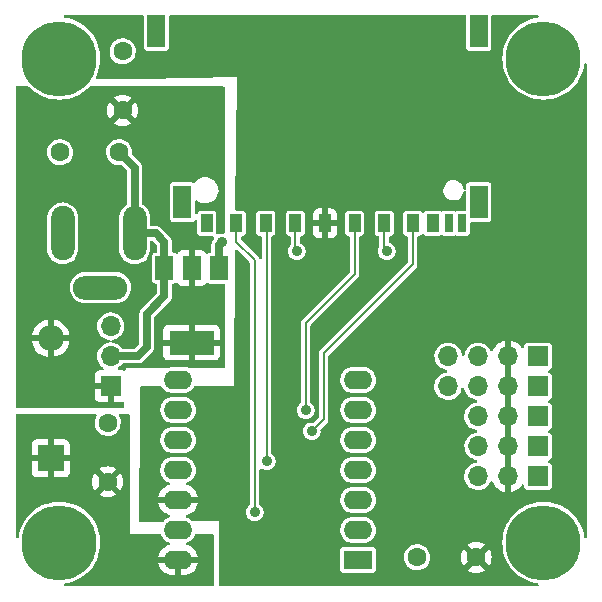
<source format=gtl>
%TF.GenerationSoftware,KiCad,Pcbnew,(6.0.1)*%
%TF.CreationDate,2022-07-24T11:57:43-04:00*%
%TF.ProjectId,QTPy49,51545079-3439-42e6-9b69-6361645f7063,rev?*%
%TF.SameCoordinates,PXfffe7320PYffff9cc8*%
%TF.FileFunction,Copper,L1,Top*%
%TF.FilePolarity,Positive*%
%FSLAX46Y46*%
G04 Gerber Fmt 4.6, Leading zero omitted, Abs format (unit mm)*
G04 Created by KiCad (PCBNEW (6.0.1)) date 2022-07-24 11:57:43*
%MOMM*%
%LPD*%
G01*
G04 APERTURE LIST*
%TA.AperFunction,SMDPad,CuDef*%
%ADD10R,1.500000X2.000000*%
%TD*%
%TA.AperFunction,SMDPad,CuDef*%
%ADD11R,3.800000X2.000000*%
%TD*%
%TA.AperFunction,ComponentPad*%
%ADD12R,1.700000X1.700000*%
%TD*%
%TA.AperFunction,ComponentPad*%
%ADD13O,1.700000X1.700000*%
%TD*%
%TA.AperFunction,ComponentPad*%
%ADD14C,6.350000*%
%TD*%
%TA.AperFunction,ComponentPad*%
%ADD15C,1.600000*%
%TD*%
%TA.AperFunction,ComponentPad*%
%ADD16O,2.000000X4.600000*%
%TD*%
%TA.AperFunction,ComponentPad*%
%ADD17O,4.600000X2.000000*%
%TD*%
%TA.AperFunction,SMDPad,CuDef*%
%ADD18R,1.000000X1.500000*%
%TD*%
%TA.AperFunction,SMDPad,CuDef*%
%ADD19R,0.700000X1.500000*%
%TD*%
%TA.AperFunction,SMDPad,CuDef*%
%ADD20R,1.500000X2.800000*%
%TD*%
%TA.AperFunction,ComponentPad*%
%ADD21R,2.400000X1.600000*%
%TD*%
%TA.AperFunction,ComponentPad*%
%ADD22O,2.400000X1.600000*%
%TD*%
%TA.AperFunction,ComponentPad*%
%ADD23R,2.200000X2.200000*%
%TD*%
%TA.AperFunction,ComponentPad*%
%ADD24O,2.200000X2.200000*%
%TD*%
%TA.AperFunction,ViaPad*%
%ADD25C,0.889000*%
%TD*%
%TA.AperFunction,Conductor*%
%ADD26C,0.203200*%
%TD*%
%TA.AperFunction,Conductor*%
%ADD27C,0.635000*%
%TD*%
G04 APERTURE END LIST*
D10*
%TO.P,U2,1,GND*%
%TO.N,GND*%
X17616200Y-21767400D03*
%TO.P,U2,2,VO*%
%TO.N,/VREG*%
X15316200Y-21767400D03*
%TO.P,U2,3,VIN*%
%TO.N,/VIN*%
X13016200Y-21767400D03*
D11*
%TO.P,U2,4,VO*%
%TO.N,/VREG*%
X15316200Y-28067400D03*
%TD*%
D12*
%TO.P,J7,1,Pin_1*%
%TO.N,GND*%
X44648882Y-36855400D03*
D13*
%TO.P,J7,2,Pin_2*%
%TO.N,+3V3*%
X42108882Y-36855400D03*
%TO.P,J7,3,Pin_3*%
%TO.N,/AD2*%
X39568882Y-36855400D03*
%TD*%
D14*
%TO.P,MTG1,1*%
%TO.N,N/C*%
X4101600Y-4025400D03*
%TD*%
%TO.P,MTG2,1*%
%TO.N,N/C*%
X45101600Y-4025400D03*
%TD*%
%TO.P,MTG4,1*%
%TO.N,N/C*%
X45101600Y-45025400D03*
%TD*%
D12*
%TO.P,J8,1,Pin_1*%
%TO.N,GND*%
X44633882Y-39395400D03*
D13*
%TO.P,J8,2,Pin_2*%
%TO.N,+3V3*%
X42093882Y-39395400D03*
%TO.P,J8,3,Pin_3*%
%TO.N,/AD1*%
X39553882Y-39395400D03*
%TD*%
D15*
%TO.P,C5,1*%
%TO.N,+5V*%
X8204200Y-39863400D03*
%TO.P,C5,2*%
%TO.N,GND*%
X8204200Y-34863400D03*
%TD*%
D14*
%TO.P,MTG3,1*%
%TO.N,N/C*%
X4101600Y-45025400D03*
%TD*%
D16*
%TO.P,J1,1,1*%
%TO.N,/VIN*%
X10494200Y-18821400D03*
%TO.P,J1,2,2*%
%TO.N,GND*%
X4394200Y-18821400D03*
D17*
%TO.P,J1,3,3*%
X7594200Y-23421400D03*
%TD*%
D18*
%TO.P,J3,1,CD/DAT3/SS*%
%TO.N,/AD0*%
X19104200Y-17978900D03*
%TO.P,J3,2,CMD/MOSI*%
%TO.N,/AD10_MOSI*%
X21604200Y-17978900D03*
%TO.P,J3,3,VSS*%
%TO.N,GND*%
X24104200Y-17978900D03*
%TO.P,J3,4,VDD*%
%TO.N,+3V3*%
X26604200Y-17978900D03*
%TO.P,J3,5,CLK/SCK*%
%TO.N,/AD8_SCK*%
X29104200Y-17978900D03*
%TO.P,J3,6,VSS*%
%TO.N,GND*%
X31604200Y-17978900D03*
%TO.P,J3,7,DAT0/MISO*%
%TO.N,/AD9_MISO*%
X34024200Y-17978900D03*
%TO.P,J3,8,DAT1*%
%TO.N,unconnected-(J3-Pad8)*%
X35724200Y-17978900D03*
%TO.P,J3,9,DAT2*%
%TO.N,unconnected-(J3-Pad9)*%
X16604200Y-17978900D03*
D19*
%TO.P,J3,10,CARD_DETECT*%
%TO.N,unconnected-(J3-Pad10)*%
X37064200Y-17978900D03*
%TO.P,J3,11,WRITE_PROTECT*%
%TO.N,unconnected-(J3-Pad11)*%
X38204200Y-17978900D03*
D20*
%TO.P,J3,12,SHELL1*%
%TO.N,unconnected-(J3-Pad12)*%
X14534200Y-16178900D03*
%TO.P,J3,13,SHELL2*%
%TO.N,unconnected-(J3-Pad13)*%
X39634200Y-16178900D03*
%TO.P,J3,14,SHELL3*%
%TO.N,unconnected-(J3-Pad14)*%
X39634200Y-1678900D03*
%TO.P,J3,15,SHELL4*%
%TO.N,unconnected-(J3-Pad15)*%
X12334200Y-1678900D03*
%TD*%
D15*
%TO.P,C1,1*%
%TO.N,/VIN*%
X9180200Y-11963400D03*
%TO.P,C1,2*%
%TO.N,GND*%
X4180200Y-11963400D03*
%TD*%
D12*
%TO.P,J6,1,Pin_1*%
%TO.N,GND*%
X44633882Y-34315400D03*
D13*
%TO.P,J6,2,Pin_2*%
%TO.N,+3V3*%
X42093882Y-34315400D03*
%TO.P,J6,3,Pin_3*%
%TO.N,/AD3*%
X39553882Y-34315400D03*
%TD*%
D12*
%TO.P,J5,1,Pin_1*%
%TO.N,GND*%
X44638882Y-31775400D03*
D13*
%TO.P,J5,2,Pin_2*%
%TO.N,+3V3*%
X42098882Y-31775400D03*
%TO.P,J5,3,Pin_3*%
%TO.N,/D4_SDA*%
X39558882Y-31775400D03*
%TO.P,J5,4,Pin_4*%
%TO.N,/D5_SCL*%
X37018882Y-31775400D03*
%TD*%
D12*
%TO.P,J2,1,Pin_1*%
%TO.N,/VREG*%
X8458200Y-31760400D03*
D13*
%TO.P,J2,2,Pin_2*%
%TO.N,/VIN*%
X8458200Y-29220400D03*
%TO.P,J2,3,Pin_3*%
%TO.N,GND*%
X8458200Y-26680400D03*
%TD*%
D15*
%TO.P,C6,1*%
%TO.N,+3V3*%
X39406200Y-46253400D03*
%TO.P,C6,2*%
%TO.N,GND*%
X34406200Y-46253400D03*
%TD*%
D21*
%TO.P,BRD1,1,D0/A0/AOUT*%
%TO.N,/AD0*%
X29408882Y-46472682D03*
D22*
%TO.P,BRD1,2,D1/A1/AREF*%
%TO.N,/AD1*%
X29408882Y-43932682D03*
%TO.P,BRD1,3,D2/A2*%
%TO.N,/AD2*%
X29408882Y-41392682D03*
%TO.P,BRD1,4,D3/A3*%
%TO.N,/AD3*%
X29408882Y-38852682D03*
%TO.P,BRD1,5,D4/SDA*%
%TO.N,/D4_SDA*%
X29408882Y-36312682D03*
%TO.P,BRD1,6,D5/SCL*%
%TO.N,/D5_SCL*%
X29408882Y-33772682D03*
%TO.P,BRD1,7,D6/TX/A6*%
%TO.N,/AD6_TX*%
X29408882Y-31232682D03*
%TO.P,BRD1,8,D7/RX/A7*%
%TO.N,/AD7_RX*%
X14168882Y-31232682D03*
%TO.P,BRD1,9,D8/SCK/A8*%
%TO.N,/AD8_SCK*%
X14168882Y-33772682D03*
%TO.P,BRD1,10,D9/MISO/A9*%
%TO.N,/AD9_MISO*%
X14168882Y-36312682D03*
%TO.P,BRD1,11,D10/MOSI/A10*%
%TO.N,/AD10_MOSI*%
X14168882Y-38852682D03*
%TO.P,BRD1,12,3.3V*%
%TO.N,+3V3*%
X14168882Y-41392682D03*
%TO.P,BRD1,13,GND*%
%TO.N,GND*%
X14168882Y-43932682D03*
%TO.P,BRD1,14,5V*%
%TO.N,+5V*%
X14168882Y-46472682D03*
%TD*%
D15*
%TO.P,C4,1*%
%TO.N,/VREG*%
X9474200Y-8407400D03*
%TO.P,C4,2*%
%TO.N,GND*%
X9474200Y-3407400D03*
%TD*%
D12*
%TO.P,J4,1,Pin_1*%
%TO.N,GND*%
X44648882Y-29235400D03*
D13*
%TO.P,J4,2,Pin_2*%
%TO.N,+3V3*%
X42108882Y-29235400D03*
%TO.P,J4,3,Pin_3*%
%TO.N,/AD6_TX*%
X39568882Y-29235400D03*
%TO.P,J4,4,Pin_4*%
%TO.N,/AD7_RX*%
X37028882Y-29235400D03*
%TD*%
D23*
%TO.P,D1,1,K*%
%TO.N,+5V*%
X3378200Y-37871400D03*
D24*
%TO.P,D1,2,A*%
%TO.N,/VREG*%
X3378200Y-27711400D03*
%TD*%
D25*
%TO.N,/AD0*%
X20650200Y-42443400D03*
%TO.N,/AD8_SCK*%
X24968200Y-33807400D03*
%TO.N,/AD9_MISO*%
X25476200Y-35585400D03*
%TO.N,/AD10_MOSI*%
X21666200Y-38125400D03*
%TO.N,GND*%
X17856200Y-19583400D03*
X31826200Y-20345400D03*
X24206200Y-20345400D03*
%TD*%
D26*
%TO.N,/AD0*%
X20650200Y-21107400D02*
X19104200Y-19561400D01*
X20650200Y-42443400D02*
X20650200Y-21107400D01*
X19104200Y-19561400D02*
X19104200Y-17978900D01*
%TO.N,/AD8_SCK*%
X29104200Y-22305400D02*
X24968200Y-26441400D01*
X24968200Y-26441400D02*
X24968200Y-33807400D01*
X29104200Y-17978900D02*
X29104200Y-22305400D01*
%TO.N,/AD9_MISO*%
X26492200Y-28981400D02*
X26492200Y-34569400D01*
X26492200Y-28981400D02*
X34024200Y-21449400D01*
X26492200Y-34569400D02*
X25476200Y-35585400D01*
X34024200Y-21449400D02*
X34024200Y-17978900D01*
%TO.N,/AD10_MOSI*%
X21666200Y-17805400D02*
X21604200Y-17867400D01*
X21666200Y-38125400D02*
X21666200Y-17805400D01*
X21604200Y-17867400D02*
X21604200Y-17978900D01*
D27*
%TO.N,/VIN*%
X11506200Y-25679400D02*
X11506200Y-28473400D01*
X10759200Y-29220400D02*
X8458200Y-29220400D01*
X10494200Y-18821400D02*
X10494200Y-13277400D01*
X11506200Y-28473400D02*
X10759200Y-29220400D01*
X13016200Y-21767400D02*
X13016200Y-24169400D01*
X13016200Y-21767400D02*
X13016200Y-19569400D01*
X13016200Y-19569400D02*
X12268200Y-18821400D01*
X13016200Y-24169400D02*
X11506200Y-25679400D01*
X12268200Y-18821400D02*
X10494200Y-18821400D01*
X10494200Y-13277400D02*
X9180200Y-11963400D01*
D26*
%TO.N,GND*%
X24104200Y-17978900D02*
X24104200Y-20243400D01*
D27*
X17616200Y-19823400D02*
X17856200Y-19583400D01*
X17616200Y-21767400D02*
X17616200Y-19823400D01*
D26*
X31604200Y-20123400D02*
X31826200Y-20345400D01*
X24104200Y-20243400D02*
X24206200Y-20345400D01*
X31604200Y-17978900D02*
X31604200Y-20123400D01*
%TD*%
%TA.AperFunction,Conductor*%
%TO.N,+3V3*%
G36*
X11221021Y-350202D02*
G01*
X11267514Y-403858D01*
X11278900Y-456200D01*
X11278900Y-3124258D01*
X11280196Y-3135152D01*
X11280885Y-3140940D01*
X11282067Y-3150878D01*
X11328236Y-3254819D01*
X11368386Y-3294898D01*
X11400495Y-3326952D01*
X11400497Y-3326953D01*
X11408728Y-3335170D01*
X11512749Y-3381158D01*
X11538842Y-3384200D01*
X13129558Y-3384200D01*
X13140452Y-3382904D01*
X13146793Y-3382150D01*
X13146796Y-3382149D01*
X13156178Y-3381033D01*
X13260119Y-3334864D01*
X13300198Y-3294714D01*
X13332252Y-3262605D01*
X13332253Y-3262603D01*
X13340470Y-3254372D01*
X13386458Y-3150351D01*
X13389500Y-3124258D01*
X13389500Y-456200D01*
X13409502Y-388079D01*
X13463158Y-341586D01*
X13515500Y-330200D01*
X38452900Y-330200D01*
X38521021Y-350202D01*
X38567514Y-403858D01*
X38578900Y-456200D01*
X38578900Y-3124258D01*
X38580196Y-3135152D01*
X38580885Y-3140940D01*
X38582067Y-3150878D01*
X38628236Y-3254819D01*
X38668386Y-3294898D01*
X38700495Y-3326952D01*
X38700497Y-3326953D01*
X38708728Y-3335170D01*
X38812749Y-3381158D01*
X38838842Y-3384200D01*
X40429558Y-3384200D01*
X40440452Y-3382904D01*
X40446793Y-3382150D01*
X40446796Y-3382149D01*
X40456178Y-3381033D01*
X40560119Y-3334864D01*
X40600198Y-3294714D01*
X40632252Y-3262605D01*
X40632253Y-3262603D01*
X40640470Y-3254372D01*
X40686458Y-3150351D01*
X40689500Y-3124258D01*
X40689500Y-456200D01*
X40709502Y-388079D01*
X40763158Y-341586D01*
X40815500Y-330200D01*
X44583538Y-330200D01*
X44651659Y-350202D01*
X44698152Y-403858D01*
X44708256Y-474132D01*
X44678762Y-538712D01*
X44619036Y-577096D01*
X44603250Y-580649D01*
X44377012Y-616481D01*
X44024652Y-710896D01*
X43684092Y-841625D01*
X43681152Y-843123D01*
X43362003Y-1005737D01*
X43361996Y-1005741D01*
X43359062Y-1007236D01*
X43053124Y-1205914D01*
X42769629Y-1435484D01*
X42511684Y-1693429D01*
X42282114Y-1976924D01*
X42083436Y-2282862D01*
X42081941Y-2285796D01*
X42081937Y-2285803D01*
X41988764Y-2468666D01*
X41917825Y-2607892D01*
X41787096Y-2948452D01*
X41692681Y-3300812D01*
X41635616Y-3661110D01*
X41616524Y-4025400D01*
X41635616Y-4389690D01*
X41636129Y-4392930D01*
X41636130Y-4392938D01*
X41654344Y-4507938D01*
X41692681Y-4749988D01*
X41787096Y-5102348D01*
X41917825Y-5442908D01*
X41919323Y-5445848D01*
X42070564Y-5742675D01*
X42083436Y-5767938D01*
X42085232Y-5770704D01*
X42085234Y-5770707D01*
X42215639Y-5971513D01*
X42282114Y-6073876D01*
X42511684Y-6357371D01*
X42769629Y-6615316D01*
X43053124Y-6844886D01*
X43359062Y-7043564D01*
X43361996Y-7045059D01*
X43362003Y-7045063D01*
X43681152Y-7207677D01*
X43684092Y-7209175D01*
X44024652Y-7339904D01*
X44377012Y-7434319D01*
X44568587Y-7464661D01*
X44734062Y-7490870D01*
X44734070Y-7490871D01*
X44737310Y-7491384D01*
X45101600Y-7510476D01*
X45465890Y-7491384D01*
X45469130Y-7490871D01*
X45469138Y-7490870D01*
X45634613Y-7464661D01*
X45826188Y-7434319D01*
X46178548Y-7339904D01*
X46519108Y-7209175D01*
X46522048Y-7207677D01*
X46841197Y-7045063D01*
X46841204Y-7045059D01*
X46844138Y-7043564D01*
X47150076Y-6844886D01*
X47433571Y-6615316D01*
X47691516Y-6357371D01*
X47921086Y-6073876D01*
X47987561Y-5971513D01*
X48117966Y-5770707D01*
X48117968Y-5770704D01*
X48119764Y-5767938D01*
X48132637Y-5742675D01*
X48283877Y-5445848D01*
X48285375Y-5442908D01*
X48416104Y-5102348D01*
X48510519Y-4749988D01*
X48546351Y-4523751D01*
X48576763Y-4459598D01*
X48637031Y-4422071D01*
X48708021Y-4423085D01*
X48767193Y-4462318D01*
X48795761Y-4527313D01*
X48796800Y-4543462D01*
X48796800Y-44507338D01*
X48776798Y-44575459D01*
X48723142Y-44621952D01*
X48652868Y-44632056D01*
X48588288Y-44602562D01*
X48549904Y-44542836D01*
X48546351Y-44527049D01*
X48525419Y-44394890D01*
X48510519Y-44300812D01*
X48416104Y-43948452D01*
X48285375Y-43607892D01*
X48166359Y-43374310D01*
X48121263Y-43285803D01*
X48121259Y-43285796D01*
X48119764Y-43282862D01*
X48048515Y-43173147D01*
X47937392Y-43002033D01*
X47921086Y-42976924D01*
X47691516Y-42693429D01*
X47433571Y-42435484D01*
X47150076Y-42205914D01*
X46890668Y-42037453D01*
X46846907Y-42009034D01*
X46846904Y-42009032D01*
X46844138Y-42007236D01*
X46841204Y-42005741D01*
X46841197Y-42005737D01*
X46522048Y-41843123D01*
X46519108Y-41841625D01*
X46276082Y-41748336D01*
X46181638Y-41712082D01*
X46181636Y-41712081D01*
X46178548Y-41710896D01*
X45826188Y-41616481D01*
X45634613Y-41586139D01*
X45469138Y-41559930D01*
X45469130Y-41559929D01*
X45465890Y-41559416D01*
X45101600Y-41540324D01*
X44737310Y-41559416D01*
X44734070Y-41559929D01*
X44734062Y-41559930D01*
X44568587Y-41586139D01*
X44377012Y-41616481D01*
X44024652Y-41710896D01*
X44021564Y-41712081D01*
X44021562Y-41712082D01*
X43927118Y-41748336D01*
X43684092Y-41841625D01*
X43681152Y-41843123D01*
X43362003Y-42005737D01*
X43361996Y-42005741D01*
X43359062Y-42007236D01*
X43356296Y-42009032D01*
X43356293Y-42009034D01*
X43312532Y-42037453D01*
X43053124Y-42205914D01*
X42769629Y-42435484D01*
X42511684Y-42693429D01*
X42282114Y-42976924D01*
X42265808Y-43002033D01*
X42154686Y-43173147D01*
X42083436Y-43282862D01*
X42081941Y-43285796D01*
X42081937Y-43285803D01*
X42036841Y-43374310D01*
X41917825Y-43607892D01*
X41787096Y-43948452D01*
X41692681Y-44300812D01*
X41677781Y-44394890D01*
X41636852Y-44653307D01*
X41635616Y-44661110D01*
X41616524Y-45025400D01*
X41635616Y-45389690D01*
X41636129Y-45392930D01*
X41636130Y-45392938D01*
X41658152Y-45531976D01*
X41692681Y-45749988D01*
X41787096Y-46102348D01*
X41917825Y-46442908D01*
X41919323Y-46445848D01*
X42009174Y-46622190D01*
X42083436Y-46767938D01*
X42085232Y-46770704D01*
X42085234Y-46770707D01*
X42157594Y-46882131D01*
X42282114Y-47073876D01*
X42511684Y-47357371D01*
X42769629Y-47615316D01*
X43053124Y-47844886D01*
X43359062Y-48043564D01*
X43361996Y-48045059D01*
X43362003Y-48045063D01*
X43681152Y-48207677D01*
X43684092Y-48209175D01*
X44024652Y-48339904D01*
X44377012Y-48434319D01*
X44603249Y-48470151D01*
X44667402Y-48500563D01*
X44704929Y-48560831D01*
X44703915Y-48631821D01*
X44664682Y-48690993D01*
X44599687Y-48719561D01*
X44583538Y-48720600D01*
X17728200Y-48720600D01*
X17660079Y-48700598D01*
X17613586Y-48646942D01*
X17602200Y-48594600D01*
X17602200Y-47318040D01*
X27903582Y-47318040D01*
X27904644Y-47326966D01*
X27905567Y-47334722D01*
X27906749Y-47344660D01*
X27952918Y-47448601D01*
X27989271Y-47484890D01*
X28025177Y-47520734D01*
X28025179Y-47520735D01*
X28033410Y-47528952D01*
X28137431Y-47574940D01*
X28163524Y-47577982D01*
X30654240Y-47577982D01*
X30665134Y-47576686D01*
X30671475Y-47575932D01*
X30671478Y-47575931D01*
X30680860Y-47574815D01*
X30784801Y-47528646D01*
X30828480Y-47484890D01*
X30856934Y-47456387D01*
X30856935Y-47456385D01*
X30865152Y-47448154D01*
X30911140Y-47344133D01*
X30914182Y-47318040D01*
X30914182Y-46224343D01*
X33296545Y-46224343D01*
X33309831Y-46427048D01*
X33311252Y-46432644D01*
X33311253Y-46432649D01*
X33332932Y-46518007D01*
X33359835Y-46623937D01*
X33444881Y-46808417D01*
X33562123Y-46974310D01*
X33566257Y-46978337D01*
X33668916Y-47078343D01*
X33707632Y-47116059D01*
X33712428Y-47119264D01*
X33712431Y-47119266D01*
X33830554Y-47198193D01*
X33876537Y-47228918D01*
X33881840Y-47231196D01*
X33881843Y-47231198D01*
X34040847Y-47299511D01*
X34063180Y-47309106D01*
X34135581Y-47325488D01*
X34255674Y-47352663D01*
X34255679Y-47352664D01*
X34261311Y-47353938D01*
X34267082Y-47354165D01*
X34267084Y-47354165D01*
X34326001Y-47356480D01*
X34464295Y-47361914D01*
X34586929Y-47344133D01*
X34619146Y-47339462D01*
X38684693Y-47339462D01*
X38693989Y-47351477D01*
X38745194Y-47387331D01*
X38754689Y-47392814D01*
X38952147Y-47484890D01*
X38962439Y-47488636D01*
X39172888Y-47545025D01*
X39183681Y-47546928D01*
X39400725Y-47565917D01*
X39411675Y-47565917D01*
X39628719Y-47546928D01*
X39639512Y-47545025D01*
X39849961Y-47488636D01*
X39860253Y-47484890D01*
X40057711Y-47392814D01*
X40067206Y-47387331D01*
X40119248Y-47350891D01*
X40127624Y-47340412D01*
X40120556Y-47326966D01*
X39419012Y-46625422D01*
X39405068Y-46617808D01*
X39403235Y-46617939D01*
X39396620Y-46622190D01*
X38691123Y-47327687D01*
X38684693Y-47339462D01*
X34619146Y-47339462D01*
X34659611Y-47333595D01*
X34659615Y-47333594D01*
X34665333Y-47332765D01*
X34670805Y-47330907D01*
X34670807Y-47330907D01*
X34852228Y-47269322D01*
X34852230Y-47269321D01*
X34857692Y-47267467D01*
X35034931Y-47168209D01*
X35191113Y-47038313D01*
X35321009Y-46882131D01*
X35420267Y-46704892D01*
X35422122Y-46699428D01*
X35483707Y-46518007D01*
X35483707Y-46518005D01*
X35485565Y-46512533D01*
X35496108Y-46439823D01*
X35501471Y-46402833D01*
X35514714Y-46311495D01*
X35516092Y-46258875D01*
X38093683Y-46258875D01*
X38112672Y-46475919D01*
X38114575Y-46486712D01*
X38170964Y-46697161D01*
X38174710Y-46707453D01*
X38266786Y-46904911D01*
X38272269Y-46914406D01*
X38308709Y-46966448D01*
X38319188Y-46974824D01*
X38332634Y-46967756D01*
X39034178Y-46266212D01*
X39040556Y-46254532D01*
X39770608Y-46254532D01*
X39770739Y-46256365D01*
X39774990Y-46262980D01*
X40480487Y-46968477D01*
X40492262Y-46974907D01*
X40504277Y-46965611D01*
X40540131Y-46914406D01*
X40545614Y-46904911D01*
X40637690Y-46707453D01*
X40641436Y-46697161D01*
X40697825Y-46486712D01*
X40699728Y-46475919D01*
X40718717Y-46258875D01*
X40718717Y-46247925D01*
X40699728Y-46030881D01*
X40697825Y-46020088D01*
X40641436Y-45809639D01*
X40637690Y-45799347D01*
X40545614Y-45601889D01*
X40540131Y-45592394D01*
X40503691Y-45540352D01*
X40493212Y-45531976D01*
X40479766Y-45539044D01*
X39778222Y-46240588D01*
X39770608Y-46254532D01*
X39040556Y-46254532D01*
X39041792Y-46252268D01*
X39041661Y-46250435D01*
X39037410Y-46243820D01*
X38331913Y-45538323D01*
X38320138Y-45531893D01*
X38308123Y-45541189D01*
X38272269Y-45592394D01*
X38266786Y-45601889D01*
X38174710Y-45799347D01*
X38170964Y-45809639D01*
X38114575Y-46020088D01*
X38112672Y-46030881D01*
X38093683Y-46247925D01*
X38093683Y-46258875D01*
X35516092Y-46258875D01*
X35516235Y-46253400D01*
X35497647Y-46051112D01*
X35442507Y-45855599D01*
X35352660Y-45673408D01*
X35253928Y-45541189D01*
X35234570Y-45515266D01*
X35234569Y-45515265D01*
X35231117Y-45510642D01*
X35226881Y-45506726D01*
X35086186Y-45376669D01*
X35086183Y-45376667D01*
X35081946Y-45372750D01*
X35035407Y-45343386D01*
X34915029Y-45267433D01*
X34915024Y-45267431D01*
X34910145Y-45264352D01*
X34721467Y-45189077D01*
X34607403Y-45166388D01*
X38684776Y-45166388D01*
X38691844Y-45179834D01*
X39393388Y-45881378D01*
X39407332Y-45888992D01*
X39409165Y-45888861D01*
X39415780Y-45884610D01*
X40121277Y-45179113D01*
X40127707Y-45167338D01*
X40118411Y-45155323D01*
X40067206Y-45119469D01*
X40057711Y-45113986D01*
X39860253Y-45021910D01*
X39849961Y-45018164D01*
X39639512Y-44961775D01*
X39628719Y-44959872D01*
X39411675Y-44940883D01*
X39400725Y-44940883D01*
X39183681Y-44959872D01*
X39172888Y-44961775D01*
X38962439Y-45018164D01*
X38952147Y-45021910D01*
X38754689Y-45113986D01*
X38745194Y-45119469D01*
X38693152Y-45155909D01*
X38684776Y-45166388D01*
X34607403Y-45166388D01*
X34522230Y-45149446D01*
X34516455Y-45149370D01*
X34516451Y-45149370D01*
X34414962Y-45148042D01*
X34319108Y-45146787D01*
X34313411Y-45147766D01*
X34313410Y-45147766D01*
X34124599Y-45180210D01*
X34118902Y-45181189D01*
X33928318Y-45251499D01*
X33753738Y-45355363D01*
X33601009Y-45489302D01*
X33475246Y-45648832D01*
X33472557Y-45653943D01*
X33472555Y-45653946D01*
X33462316Y-45673408D01*
X33380661Y-45828608D01*
X33320422Y-46022611D01*
X33296545Y-46224343D01*
X30914182Y-46224343D01*
X30914182Y-45627324D01*
X30912886Y-45616430D01*
X30912132Y-45610089D01*
X30912131Y-45610086D01*
X30911015Y-45600704D01*
X30864846Y-45496763D01*
X30824696Y-45456684D01*
X30792587Y-45424630D01*
X30792585Y-45424629D01*
X30784354Y-45416412D01*
X30680333Y-45370424D01*
X30654240Y-45367382D01*
X28163524Y-45367382D01*
X28152630Y-45368678D01*
X28146289Y-45369432D01*
X28146286Y-45369433D01*
X28136904Y-45370549D01*
X28032963Y-45416718D01*
X28007967Y-45441758D01*
X27960830Y-45488977D01*
X27960829Y-45488979D01*
X27952612Y-45497210D01*
X27906624Y-45601231D01*
X27903582Y-45627324D01*
X27903582Y-47318040D01*
X17602200Y-47318040D01*
X17602200Y-43878443D01*
X27899880Y-43878443D01*
X27909631Y-44089129D01*
X27959046Y-44294169D01*
X28046342Y-44486167D01*
X28168369Y-44658193D01*
X28320724Y-44804041D01*
X28497909Y-44918448D01*
X28503475Y-44920691D01*
X28687963Y-44995042D01*
X28687966Y-44995043D01*
X28693532Y-44997286D01*
X28797208Y-45017533D01*
X28896087Y-45036843D01*
X28896090Y-45036843D01*
X28900533Y-45037711D01*
X28906074Y-45037982D01*
X29861581Y-45037982D01*
X30018840Y-45022978D01*
X30221222Y-44963606D01*
X30228472Y-44959872D01*
X30403395Y-44869781D01*
X30403398Y-44869779D01*
X30408726Y-44867035D01*
X30574586Y-44736750D01*
X30578518Y-44732219D01*
X30578521Y-44732216D01*
X30708886Y-44581983D01*
X30712817Y-44577453D01*
X30715817Y-44572267D01*
X30715820Y-44572263D01*
X30815426Y-44400086D01*
X30818432Y-44394890D01*
X30887620Y-44195650D01*
X30917884Y-43986921D01*
X30908133Y-43776235D01*
X30882462Y-43669714D01*
X30860124Y-43577028D01*
X30860123Y-43577026D01*
X30858718Y-43571195D01*
X30771422Y-43379197D01*
X30663117Y-43226515D01*
X30652861Y-43212057D01*
X30652860Y-43212056D01*
X30649395Y-43207171D01*
X30497040Y-43061323D01*
X30319855Y-42946916D01*
X30259373Y-42922541D01*
X30129801Y-42870322D01*
X30129798Y-42870321D01*
X30124232Y-42868078D01*
X29992673Y-42842386D01*
X29921677Y-42828521D01*
X29921674Y-42828521D01*
X29917231Y-42827653D01*
X29911690Y-42827382D01*
X28956183Y-42827382D01*
X28798924Y-42842386D01*
X28596542Y-42901758D01*
X28591215Y-42904502D01*
X28591214Y-42904502D01*
X28414369Y-42995583D01*
X28414366Y-42995585D01*
X28409038Y-42998329D01*
X28243178Y-43128614D01*
X28239246Y-43133145D01*
X28239243Y-43133148D01*
X28172205Y-43210403D01*
X28104947Y-43287911D01*
X28101947Y-43293097D01*
X28101944Y-43293101D01*
X28054964Y-43374310D01*
X27999332Y-43470474D01*
X27930144Y-43669714D01*
X27899880Y-43878443D01*
X17602200Y-43878443D01*
X17602200Y-43205400D01*
X16791189Y-43210403D01*
X15472636Y-43218537D01*
X15404393Y-43198955D01*
X15384729Y-43183557D01*
X15261376Y-43065472D01*
X15261365Y-43065463D01*
X15257040Y-43061323D01*
X15079855Y-42946916D01*
X14927362Y-42885460D01*
X14871656Y-42841445D01*
X14848589Y-42774300D01*
X14865486Y-42705343D01*
X14916981Y-42656468D01*
X14941849Y-42646887D01*
X15012643Y-42627918D01*
X15022935Y-42624172D01*
X15220393Y-42532096D01*
X15229889Y-42526613D01*
X15408349Y-42401654D01*
X15416757Y-42394598D01*
X15570798Y-42240557D01*
X15577854Y-42232149D01*
X15702813Y-42053689D01*
X15708296Y-42044193D01*
X15800372Y-41846735D01*
X15804118Y-41836443D01*
X15850276Y-41664179D01*
X15849940Y-41650083D01*
X15841998Y-41646682D01*
X12500915Y-41646682D01*
X12487384Y-41650655D01*
X12486155Y-41659204D01*
X12533646Y-41836443D01*
X12537392Y-41846735D01*
X12629468Y-42044193D01*
X12634951Y-42053689D01*
X12759910Y-42232149D01*
X12766966Y-42240557D01*
X12921007Y-42394598D01*
X12929415Y-42401654D01*
X13107875Y-42526613D01*
X13117371Y-42532096D01*
X13314829Y-42624172D01*
X13325121Y-42627918D01*
X13395683Y-42646825D01*
X13456306Y-42683777D01*
X13487327Y-42747638D01*
X13478899Y-42818132D01*
X13433696Y-42872879D01*
X13398541Y-42889437D01*
X13356542Y-42901758D01*
X13351215Y-42904502D01*
X13351214Y-42904502D01*
X13174369Y-42995583D01*
X13174366Y-42995585D01*
X13169038Y-42998329D01*
X13003178Y-43128614D01*
X12948805Y-43191273D01*
X12889054Y-43229613D01*
X12854423Y-43234689D01*
X11005253Y-43246097D01*
X10937010Y-43226515D01*
X10890187Y-43173147D01*
X10878477Y-43119622D01*
X10878947Y-42995583D01*
X10886037Y-41121185D01*
X12487488Y-41121185D01*
X12487824Y-41135281D01*
X12495766Y-41138682D01*
X15836849Y-41138682D01*
X15850380Y-41134709D01*
X15851609Y-41126160D01*
X15804118Y-40948921D01*
X15800372Y-40938629D01*
X15708296Y-40741171D01*
X15702813Y-40731675D01*
X15577854Y-40553215D01*
X15570798Y-40544807D01*
X15416757Y-40390766D01*
X15408349Y-40383710D01*
X15229889Y-40258751D01*
X15220393Y-40253268D01*
X15022935Y-40161192D01*
X15012643Y-40157446D01*
X14942081Y-40138539D01*
X14881458Y-40101587D01*
X14850437Y-40037726D01*
X14858865Y-39967232D01*
X14904068Y-39912485D01*
X14939223Y-39895927D01*
X14981222Y-39883606D01*
X15012851Y-39867316D01*
X15163395Y-39789781D01*
X15163398Y-39789779D01*
X15168726Y-39787035D01*
X15334586Y-39656750D01*
X15338518Y-39652219D01*
X15338521Y-39652216D01*
X15468886Y-39501983D01*
X15472817Y-39497453D01*
X15475817Y-39492267D01*
X15475820Y-39492263D01*
X15575426Y-39320086D01*
X15578432Y-39314890D01*
X15647620Y-39115650D01*
X15649991Y-39099302D01*
X15677023Y-38912861D01*
X15677023Y-38912858D01*
X15677884Y-38906921D01*
X15668133Y-38696235D01*
X15663564Y-38677274D01*
X15620124Y-38497028D01*
X15620123Y-38497026D01*
X15618718Y-38491195D01*
X15614905Y-38482807D01*
X15533902Y-38304652D01*
X15531422Y-38299197D01*
X15437101Y-38166229D01*
X15412861Y-38132057D01*
X15412860Y-38132056D01*
X15409395Y-38127171D01*
X15257040Y-37981323D01*
X15079855Y-37866916D01*
X14974612Y-37824502D01*
X14889801Y-37790322D01*
X14889798Y-37790321D01*
X14884232Y-37788078D01*
X14752673Y-37762386D01*
X14681677Y-37748521D01*
X14681674Y-37748521D01*
X14677231Y-37747653D01*
X14671690Y-37747382D01*
X13716183Y-37747382D01*
X13558924Y-37762386D01*
X13356542Y-37821758D01*
X13351215Y-37824502D01*
X13351214Y-37824502D01*
X13174369Y-37915583D01*
X13174366Y-37915585D01*
X13169038Y-37918329D01*
X13003178Y-38048614D01*
X12999246Y-38053145D01*
X12999243Y-38053148D01*
X12914860Y-38150391D01*
X12864947Y-38207911D01*
X12861947Y-38213097D01*
X12861944Y-38213101D01*
X12812137Y-38299197D01*
X12759332Y-38390474D01*
X12690144Y-38589714D01*
X12689284Y-38595647D01*
X12689283Y-38595650D01*
X12668157Y-38741354D01*
X12659880Y-38798443D01*
X12669631Y-39009129D01*
X12719046Y-39214169D01*
X12721528Y-39219627D01*
X12721529Y-39219631D01*
X12739353Y-39258832D01*
X12806342Y-39406167D01*
X12928369Y-39578193D01*
X13080724Y-39724041D01*
X13257909Y-39838448D01*
X13400534Y-39895927D01*
X13410402Y-39899904D01*
X13466108Y-39943919D01*
X13489175Y-40011064D01*
X13472278Y-40080021D01*
X13420783Y-40128896D01*
X13395915Y-40138477D01*
X13325121Y-40157446D01*
X13314829Y-40161192D01*
X13117371Y-40253268D01*
X13107875Y-40258751D01*
X12929415Y-40383710D01*
X12921007Y-40390766D01*
X12766966Y-40544807D01*
X12759910Y-40553215D01*
X12634951Y-40731675D01*
X12629468Y-40741171D01*
X12537392Y-40938629D01*
X12533646Y-40948921D01*
X12487488Y-41121185D01*
X10886037Y-41121185D01*
X10904430Y-36258443D01*
X12659880Y-36258443D01*
X12669631Y-36469129D01*
X12719046Y-36674169D01*
X12721528Y-36679627D01*
X12721529Y-36679631D01*
X12730767Y-36699949D01*
X12806342Y-36866167D01*
X12928369Y-37038193D01*
X13080724Y-37184041D01*
X13257909Y-37298448D01*
X13263475Y-37300691D01*
X13447963Y-37375042D01*
X13447966Y-37375043D01*
X13453532Y-37377286D01*
X13557208Y-37397533D01*
X13656087Y-37416843D01*
X13656090Y-37416843D01*
X13660533Y-37417711D01*
X13666074Y-37417982D01*
X14621581Y-37417982D01*
X14778840Y-37402978D01*
X14981222Y-37343606D01*
X15075218Y-37295195D01*
X15163395Y-37249781D01*
X15163398Y-37249779D01*
X15168726Y-37247035D01*
X15334586Y-37116750D01*
X15338518Y-37112219D01*
X15338521Y-37112216D01*
X15468886Y-36961983D01*
X15472817Y-36957453D01*
X15475817Y-36952267D01*
X15475820Y-36952263D01*
X15575426Y-36780086D01*
X15578432Y-36774890D01*
X15647620Y-36575650D01*
X15671248Y-36412693D01*
X15677023Y-36372861D01*
X15677023Y-36372858D01*
X15677884Y-36366921D01*
X15668133Y-36156235D01*
X15663564Y-36137274D01*
X15620124Y-35957028D01*
X15620123Y-35957026D01*
X15618718Y-35951195D01*
X15614905Y-35942807D01*
X15533902Y-35764652D01*
X15531422Y-35759197D01*
X15409395Y-35587171D01*
X15257040Y-35441323D01*
X15079855Y-35326916D01*
X14974612Y-35284502D01*
X14889801Y-35250322D01*
X14889798Y-35250321D01*
X14884232Y-35248078D01*
X14752673Y-35222386D01*
X14681677Y-35208521D01*
X14681674Y-35208521D01*
X14677231Y-35207653D01*
X14671690Y-35207382D01*
X13716183Y-35207382D01*
X13558924Y-35222386D01*
X13356542Y-35281758D01*
X13351215Y-35284502D01*
X13351214Y-35284502D01*
X13174369Y-35375583D01*
X13174366Y-35375585D01*
X13169038Y-35378329D01*
X13003178Y-35508614D01*
X12999246Y-35513145D01*
X12999243Y-35513148D01*
X12914860Y-35610391D01*
X12864947Y-35667911D01*
X12861947Y-35673097D01*
X12861944Y-35673101D01*
X12812137Y-35759197D01*
X12759332Y-35850474D01*
X12690144Y-36049714D01*
X12689284Y-36055647D01*
X12689283Y-36055650D01*
X12665606Y-36218949D01*
X12659880Y-36258443D01*
X10904430Y-36258443D01*
X10914037Y-33718443D01*
X12659880Y-33718443D01*
X12669631Y-33929129D01*
X12679713Y-33970964D01*
X12714959Y-34117209D01*
X12719046Y-34134169D01*
X12721528Y-34139627D01*
X12721529Y-34139631D01*
X12729959Y-34158171D01*
X12806342Y-34326167D01*
X12870624Y-34416788D01*
X12917842Y-34483352D01*
X12928369Y-34498193D01*
X13080724Y-34644041D01*
X13257909Y-34758448D01*
X13298089Y-34774641D01*
X13447963Y-34835042D01*
X13447966Y-34835043D01*
X13453532Y-34837286D01*
X13557208Y-34857533D01*
X13656087Y-34876843D01*
X13656090Y-34876843D01*
X13660533Y-34877711D01*
X13666074Y-34877982D01*
X14621581Y-34877982D01*
X14778840Y-34862978D01*
X14981222Y-34803606D01*
X15012851Y-34787316D01*
X15163395Y-34709781D01*
X15163398Y-34709779D01*
X15168726Y-34707035D01*
X15334586Y-34576750D01*
X15338518Y-34572219D01*
X15338521Y-34572216D01*
X15468886Y-34421983D01*
X15472817Y-34417453D01*
X15475817Y-34412267D01*
X15475820Y-34412263D01*
X15575426Y-34240086D01*
X15578432Y-34234890D01*
X15647620Y-34035650D01*
X15657969Y-33964279D01*
X15677023Y-33832861D01*
X15677023Y-33832858D01*
X15677884Y-33826921D01*
X15668133Y-33616235D01*
X15663564Y-33597274D01*
X15620124Y-33417028D01*
X15620123Y-33417026D01*
X15618718Y-33411195D01*
X15614905Y-33402807D01*
X15533902Y-33224652D01*
X15531422Y-33219197D01*
X15409395Y-33047171D01*
X15257040Y-32901323D01*
X15079855Y-32786916D01*
X14974612Y-32744502D01*
X14889801Y-32710322D01*
X14889798Y-32710321D01*
X14884232Y-32708078D01*
X14749934Y-32681851D01*
X14681677Y-32668521D01*
X14681674Y-32668521D01*
X14677231Y-32667653D01*
X14671690Y-32667382D01*
X13716183Y-32667382D01*
X13558924Y-32682386D01*
X13356542Y-32741758D01*
X13351215Y-32744502D01*
X13351214Y-32744502D01*
X13174369Y-32835583D01*
X13174366Y-32835585D01*
X13169038Y-32838329D01*
X13003178Y-32968614D01*
X12999246Y-32973145D01*
X12999243Y-32973148D01*
X12893658Y-33094824D01*
X12864947Y-33127911D01*
X12861947Y-33133097D01*
X12861944Y-33133101D01*
X12812981Y-33217738D01*
X12759332Y-33310474D01*
X12690144Y-33509714D01*
X12689284Y-33515647D01*
X12689283Y-33515650D01*
X12665606Y-33678949D01*
X12659880Y-33718443D01*
X10914037Y-33718443D01*
X10920913Y-31900460D01*
X10941172Y-31832417D01*
X10995004Y-31786127D01*
X11046914Y-31774938D01*
X12733310Y-31774983D01*
X12801429Y-31794986D01*
X12836073Y-31828080D01*
X12928369Y-31958193D01*
X13080724Y-32104041D01*
X13257909Y-32218448D01*
X13263475Y-32220691D01*
X13447963Y-32295042D01*
X13447966Y-32295043D01*
X13453532Y-32297286D01*
X13557208Y-32317533D01*
X13656087Y-32336843D01*
X13656090Y-32336843D01*
X13660533Y-32337711D01*
X13666074Y-32337982D01*
X14621581Y-32337982D01*
X14778840Y-32322978D01*
X14981222Y-32263606D01*
X15075218Y-32215195D01*
X15163395Y-32169781D01*
X15163398Y-32169779D01*
X15168726Y-32167035D01*
X15334586Y-32036750D01*
X15338518Y-32032219D01*
X15338521Y-32032216D01*
X15468886Y-31881983D01*
X15472817Y-31877453D01*
X15495663Y-31837962D01*
X15547089Y-31789014D01*
X15604730Y-31775058D01*
X16225294Y-31775074D01*
X18853880Y-31775144D01*
X18871995Y-31775144D01*
X18872232Y-31750794D01*
X18983312Y-20318915D01*
X19003975Y-20250992D01*
X19058080Y-20205022D01*
X19128449Y-20195602D01*
X19192740Y-20225721D01*
X19198401Y-20231044D01*
X20206395Y-21239038D01*
X20240421Y-21301350D01*
X20243300Y-21328133D01*
X20243300Y-41743317D01*
X20223298Y-41811438D01*
X20194873Y-41842606D01*
X20191654Y-41845121D01*
X20185656Y-41848811D01*
X20065470Y-41966506D01*
X19974346Y-42107903D01*
X19971935Y-42114526D01*
X19971934Y-42114529D01*
X19919223Y-42259352D01*
X19919222Y-42259357D01*
X19916813Y-42265975D01*
X19895730Y-42432865D01*
X19912145Y-42600279D01*
X19965242Y-42759895D01*
X19968891Y-42765920D01*
X20016224Y-42844075D01*
X20052383Y-42903781D01*
X20169236Y-43024786D01*
X20175128Y-43028641D01*
X20175132Y-43028645D01*
X20304097Y-43113037D01*
X20309993Y-43116895D01*
X20316597Y-43119351D01*
X20316599Y-43119352D01*
X20413383Y-43155346D01*
X20467659Y-43175531D01*
X20545336Y-43185895D01*
X20627417Y-43196848D01*
X20627421Y-43196848D01*
X20634398Y-43197779D01*
X20641409Y-43197141D01*
X20641413Y-43197141D01*
X20794901Y-43183172D01*
X20801922Y-43182533D01*
X20808624Y-43180355D01*
X20808626Y-43180355D01*
X20955205Y-43132728D01*
X20961905Y-43130551D01*
X20980692Y-43119352D01*
X21100345Y-43048025D01*
X21100347Y-43048024D01*
X21106397Y-43044417D01*
X21228214Y-42928412D01*
X21321304Y-42788300D01*
X21361009Y-42683777D01*
X21378539Y-42637630D01*
X21378540Y-42637625D01*
X21381039Y-42631047D01*
X21399740Y-42497982D01*
X21403899Y-42468391D01*
X21403899Y-42468386D01*
X21404450Y-42464468D01*
X21404744Y-42443400D01*
X21385993Y-42276232D01*
X21330672Y-42117372D01*
X21321052Y-42101976D01*
X21245264Y-41980691D01*
X21241531Y-41974717D01*
X21228484Y-41961578D01*
X21127963Y-41860353D01*
X21123000Y-41855355D01*
X21117050Y-41851579D01*
X21115587Y-41850650D01*
X21114851Y-41849810D01*
X21111561Y-41847165D01*
X21112026Y-41846587D01*
X21068788Y-41797261D01*
X21057100Y-41744264D01*
X21057100Y-41338443D01*
X27899880Y-41338443D01*
X27909631Y-41549129D01*
X27911035Y-41554954D01*
X27956431Y-41743317D01*
X27959046Y-41754169D01*
X27961528Y-41759627D01*
X27961529Y-41759631D01*
X28004317Y-41853738D01*
X28046342Y-41946167D01*
X28111096Y-42037453D01*
X28163548Y-42111396D01*
X28168369Y-42118193D01*
X28320724Y-42264041D01*
X28497909Y-42378448D01*
X28555491Y-42401654D01*
X28687963Y-42455042D01*
X28687966Y-42455043D01*
X28693532Y-42457286D01*
X28797208Y-42477533D01*
X28896087Y-42496843D01*
X28896090Y-42496843D01*
X28900533Y-42497711D01*
X28906074Y-42497982D01*
X29861581Y-42497982D01*
X30018840Y-42482978D01*
X30221222Y-42423606D01*
X30226550Y-42420862D01*
X30403395Y-42329781D01*
X30403398Y-42329779D01*
X30408726Y-42327035D01*
X30574586Y-42196750D01*
X30578518Y-42192219D01*
X30578521Y-42192216D01*
X30708886Y-42041983D01*
X30712817Y-42037453D01*
X30715817Y-42032267D01*
X30715820Y-42032263D01*
X30815426Y-41860086D01*
X30818432Y-41854890D01*
X30887620Y-41655650D01*
X30888921Y-41646682D01*
X30917023Y-41452861D01*
X30917023Y-41452858D01*
X30917884Y-41446921D01*
X30908133Y-41236235D01*
X30882462Y-41129714D01*
X30860124Y-41037028D01*
X30860123Y-41037026D01*
X30858718Y-41031195D01*
X30821311Y-40948921D01*
X30773902Y-40844652D01*
X30771422Y-40839197D01*
X30649395Y-40667171D01*
X30497040Y-40521323D01*
X30319855Y-40406916D01*
X30214612Y-40364502D01*
X30129801Y-40330322D01*
X30129798Y-40330321D01*
X30124232Y-40328078D01*
X29992673Y-40302386D01*
X29921677Y-40288521D01*
X29921674Y-40288521D01*
X29917231Y-40287653D01*
X29911690Y-40287382D01*
X28956183Y-40287382D01*
X28798924Y-40302386D01*
X28596542Y-40361758D01*
X28591215Y-40364502D01*
X28591214Y-40364502D01*
X28414369Y-40455583D01*
X28414366Y-40455585D01*
X28409038Y-40458329D01*
X28243178Y-40588614D01*
X28239246Y-40593145D01*
X28239243Y-40593148D01*
X28133970Y-40714465D01*
X28104947Y-40747911D01*
X28101947Y-40753097D01*
X28101944Y-40753101D01*
X28087419Y-40778209D01*
X27999332Y-40930474D01*
X27930144Y-41129714D01*
X27929284Y-41135647D01*
X27929283Y-41135650D01*
X27915544Y-41230408D01*
X27899880Y-41338443D01*
X21057100Y-41338443D01*
X21057100Y-38855968D01*
X21077102Y-38787847D01*
X21130758Y-38741354D01*
X21201032Y-38731250D01*
X21252093Y-38750536D01*
X21311135Y-38789172D01*
X21325993Y-38798895D01*
X21332597Y-38801351D01*
X21332599Y-38801352D01*
X21368566Y-38814728D01*
X21483659Y-38857531D01*
X21561336Y-38867895D01*
X21643417Y-38878848D01*
X21643421Y-38878848D01*
X21650398Y-38879779D01*
X21657409Y-38879141D01*
X21657413Y-38879141D01*
X21810901Y-38865172D01*
X21817922Y-38864533D01*
X21824624Y-38862355D01*
X21824626Y-38862355D01*
X21971205Y-38814728D01*
X21977905Y-38812551D01*
X21983956Y-38808944D01*
X22001572Y-38798443D01*
X27899880Y-38798443D01*
X27909631Y-39009129D01*
X27959046Y-39214169D01*
X27961528Y-39219627D01*
X27961529Y-39219631D01*
X27979353Y-39258832D01*
X28046342Y-39406167D01*
X28168369Y-39578193D01*
X28320724Y-39724041D01*
X28497909Y-39838448D01*
X28503475Y-39840691D01*
X28687963Y-39915042D01*
X28687966Y-39915043D01*
X28693532Y-39917286D01*
X28797208Y-39937533D01*
X28896087Y-39956843D01*
X28896090Y-39956843D01*
X28900533Y-39957711D01*
X28906074Y-39957982D01*
X29861581Y-39957982D01*
X30018840Y-39942978D01*
X30221222Y-39883606D01*
X30252851Y-39867316D01*
X30403395Y-39789781D01*
X30403398Y-39789779D01*
X30408726Y-39787035D01*
X30574586Y-39656750D01*
X30578518Y-39652219D01*
X30578521Y-39652216D01*
X30708886Y-39501983D01*
X30712817Y-39497453D01*
X30715817Y-39492267D01*
X30715820Y-39492263D01*
X30815426Y-39320086D01*
X30818432Y-39314890D01*
X30887620Y-39115650D01*
X30889991Y-39099302D01*
X30917023Y-38912861D01*
X30917023Y-38912858D01*
X30917884Y-38906921D01*
X30908133Y-38696235D01*
X30903564Y-38677274D01*
X30860124Y-38497028D01*
X30860123Y-38497026D01*
X30858718Y-38491195D01*
X30854905Y-38482807D01*
X30773902Y-38304652D01*
X30771422Y-38299197D01*
X30677101Y-38166229D01*
X30652861Y-38132057D01*
X30652860Y-38132056D01*
X30649395Y-38127171D01*
X30497040Y-37981323D01*
X30319855Y-37866916D01*
X30214612Y-37824502D01*
X30129801Y-37790322D01*
X30129798Y-37790321D01*
X30124232Y-37788078D01*
X29992673Y-37762386D01*
X29921677Y-37748521D01*
X29921674Y-37748521D01*
X29917231Y-37747653D01*
X29911690Y-37747382D01*
X28956183Y-37747382D01*
X28798924Y-37762386D01*
X28596542Y-37821758D01*
X28591215Y-37824502D01*
X28591214Y-37824502D01*
X28414369Y-37915583D01*
X28414366Y-37915585D01*
X28409038Y-37918329D01*
X28243178Y-38048614D01*
X28239246Y-38053145D01*
X28239243Y-38053148D01*
X28154860Y-38150391D01*
X28104947Y-38207911D01*
X28101947Y-38213097D01*
X28101944Y-38213101D01*
X28052137Y-38299197D01*
X27999332Y-38390474D01*
X27930144Y-38589714D01*
X27929284Y-38595647D01*
X27929283Y-38595650D01*
X27908157Y-38741354D01*
X27899880Y-38798443D01*
X22001572Y-38798443D01*
X22116345Y-38730025D01*
X22116347Y-38730024D01*
X22122397Y-38726417D01*
X22244214Y-38610412D01*
X22337304Y-38470300D01*
X22377421Y-38364692D01*
X22394539Y-38319630D01*
X22394540Y-38319625D01*
X22397039Y-38313047D01*
X22398219Y-38304652D01*
X22419899Y-38150391D01*
X22419899Y-38150386D01*
X22420450Y-38146468D01*
X22420744Y-38125400D01*
X22401993Y-37958232D01*
X22346672Y-37799372D01*
X22338328Y-37786018D01*
X22261264Y-37662691D01*
X22257531Y-37656717D01*
X22139000Y-37537355D01*
X22133050Y-37533579D01*
X22131587Y-37532650D01*
X22130851Y-37531810D01*
X22127561Y-37529165D01*
X22128026Y-37528587D01*
X22084788Y-37479261D01*
X22073100Y-37426264D01*
X22073100Y-35574865D01*
X24721730Y-35574865D01*
X24738145Y-35742279D01*
X24791242Y-35901895D01*
X24878383Y-36045781D01*
X24883274Y-36050846D01*
X24883275Y-36050847D01*
X24896499Y-36064541D01*
X24995236Y-36166786D01*
X25001128Y-36170641D01*
X25001132Y-36170645D01*
X25126225Y-36252503D01*
X25135993Y-36258895D01*
X25142597Y-36261351D01*
X25142599Y-36261352D01*
X25178566Y-36274728D01*
X25293659Y-36317531D01*
X25371336Y-36327895D01*
X25453417Y-36338848D01*
X25453421Y-36338848D01*
X25460398Y-36339779D01*
X25467409Y-36339141D01*
X25467413Y-36339141D01*
X25620901Y-36325172D01*
X25627922Y-36324533D01*
X25634624Y-36322355D01*
X25634626Y-36322355D01*
X25781205Y-36274728D01*
X25787905Y-36272551D01*
X25793956Y-36268944D01*
X25811572Y-36258443D01*
X27899880Y-36258443D01*
X27909631Y-36469129D01*
X27959046Y-36674169D01*
X27961528Y-36679627D01*
X27961529Y-36679631D01*
X27970767Y-36699949D01*
X28046342Y-36866167D01*
X28168369Y-37038193D01*
X28320724Y-37184041D01*
X28497909Y-37298448D01*
X28503475Y-37300691D01*
X28687963Y-37375042D01*
X28687966Y-37375043D01*
X28693532Y-37377286D01*
X28797208Y-37397533D01*
X28896087Y-37416843D01*
X28896090Y-37416843D01*
X28900533Y-37417711D01*
X28906074Y-37417982D01*
X29861581Y-37417982D01*
X30018840Y-37402978D01*
X30221222Y-37343606D01*
X30315218Y-37295195D01*
X30403395Y-37249781D01*
X30403398Y-37249779D01*
X30408726Y-37247035D01*
X30574586Y-37116750D01*
X30578518Y-37112219D01*
X30578521Y-37112216D01*
X30708886Y-36961983D01*
X30712817Y-36957453D01*
X30715817Y-36952267D01*
X30715820Y-36952263D01*
X30815426Y-36780086D01*
X30818432Y-36774890D01*
X30887620Y-36575650D01*
X30911248Y-36412693D01*
X30917023Y-36372861D01*
X30917023Y-36372858D01*
X30917884Y-36366921D01*
X30908133Y-36156235D01*
X30903564Y-36137274D01*
X30860124Y-35957028D01*
X30860123Y-35957026D01*
X30858718Y-35951195D01*
X30854905Y-35942807D01*
X30773902Y-35764652D01*
X30771422Y-35759197D01*
X30649395Y-35587171D01*
X30497040Y-35441323D01*
X30319855Y-35326916D01*
X30214612Y-35284502D01*
X30129801Y-35250322D01*
X30129798Y-35250321D01*
X30124232Y-35248078D01*
X29992673Y-35222386D01*
X29921677Y-35208521D01*
X29921674Y-35208521D01*
X29917231Y-35207653D01*
X29911690Y-35207382D01*
X28956183Y-35207382D01*
X28798924Y-35222386D01*
X28596542Y-35281758D01*
X28591215Y-35284502D01*
X28591214Y-35284502D01*
X28414369Y-35375583D01*
X28414366Y-35375585D01*
X28409038Y-35378329D01*
X28243178Y-35508614D01*
X28239246Y-35513145D01*
X28239243Y-35513148D01*
X28154860Y-35610391D01*
X28104947Y-35667911D01*
X28101947Y-35673097D01*
X28101944Y-35673101D01*
X28052137Y-35759197D01*
X27999332Y-35850474D01*
X27930144Y-36049714D01*
X27929284Y-36055647D01*
X27929283Y-36055650D01*
X27905606Y-36218949D01*
X27899880Y-36258443D01*
X25811572Y-36258443D01*
X25926345Y-36190025D01*
X25926347Y-36190024D01*
X25932397Y-36186417D01*
X26054214Y-36070412D01*
X26147304Y-35930300D01*
X26187421Y-35824692D01*
X26204539Y-35779630D01*
X26204540Y-35779625D01*
X26207039Y-35773047D01*
X26208219Y-35764652D01*
X26229899Y-35610391D01*
X26229899Y-35610386D01*
X26230450Y-35606468D01*
X26230744Y-35585400D01*
X26219440Y-35484622D01*
X26231724Y-35414697D01*
X26255560Y-35381483D01*
X26825492Y-34811551D01*
X26835710Y-34791496D01*
X26846040Y-34774641D01*
X26853439Y-34764457D01*
X26859270Y-34756432D01*
X26864987Y-34738838D01*
X26866228Y-34735020D01*
X26873792Y-34716758D01*
X26879508Y-34705540D01*
X26879508Y-34705539D01*
X26884009Y-34696706D01*
X26887530Y-34674474D01*
X26892146Y-34655248D01*
X26896035Y-34643279D01*
X26899100Y-34633846D01*
X26899100Y-33718443D01*
X27899880Y-33718443D01*
X27909631Y-33929129D01*
X27919713Y-33970964D01*
X27954959Y-34117209D01*
X27959046Y-34134169D01*
X27961528Y-34139627D01*
X27961529Y-34139631D01*
X27969959Y-34158171D01*
X28046342Y-34326167D01*
X28110624Y-34416788D01*
X28157842Y-34483352D01*
X28168369Y-34498193D01*
X28320724Y-34644041D01*
X28497909Y-34758448D01*
X28538089Y-34774641D01*
X28687963Y-34835042D01*
X28687966Y-34835043D01*
X28693532Y-34837286D01*
X28797208Y-34857533D01*
X28896087Y-34876843D01*
X28896090Y-34876843D01*
X28900533Y-34877711D01*
X28906074Y-34877982D01*
X29861581Y-34877982D01*
X30018840Y-34862978D01*
X30221222Y-34803606D01*
X30252851Y-34787316D01*
X30403395Y-34709781D01*
X30403398Y-34709779D01*
X30408726Y-34707035D01*
X30574586Y-34576750D01*
X30578518Y-34572219D01*
X30578521Y-34572216D01*
X30708886Y-34421983D01*
X30712817Y-34417453D01*
X30715817Y-34412267D01*
X30715820Y-34412263D01*
X30815426Y-34240086D01*
X30818432Y-34234890D01*
X30887620Y-34035650D01*
X30897969Y-33964279D01*
X30917023Y-33832861D01*
X30917023Y-33832858D01*
X30917884Y-33826921D01*
X30908133Y-33616235D01*
X30903564Y-33597274D01*
X30860124Y-33417028D01*
X30860123Y-33417026D01*
X30858718Y-33411195D01*
X30854905Y-33402807D01*
X30773902Y-33224652D01*
X30771422Y-33219197D01*
X30649395Y-33047171D01*
X30497040Y-32901323D01*
X30319855Y-32786916D01*
X30214612Y-32744502D01*
X30129801Y-32710322D01*
X30129798Y-32710321D01*
X30124232Y-32708078D01*
X29989934Y-32681851D01*
X29921677Y-32668521D01*
X29921674Y-32668521D01*
X29917231Y-32667653D01*
X29911690Y-32667382D01*
X28956183Y-32667382D01*
X28798924Y-32682386D01*
X28596542Y-32741758D01*
X28591215Y-32744502D01*
X28591214Y-32744502D01*
X28414369Y-32835583D01*
X28414366Y-32835585D01*
X28409038Y-32838329D01*
X28243178Y-32968614D01*
X28239246Y-32973145D01*
X28239243Y-32973148D01*
X28133658Y-33094824D01*
X28104947Y-33127911D01*
X28101947Y-33133097D01*
X28101944Y-33133101D01*
X28052981Y-33217738D01*
X27999332Y-33310474D01*
X27930144Y-33509714D01*
X27929284Y-33515647D01*
X27929283Y-33515650D01*
X27905606Y-33678949D01*
X27899880Y-33718443D01*
X26899100Y-33718443D01*
X26899100Y-31178443D01*
X27899880Y-31178443D01*
X27909631Y-31389129D01*
X27911035Y-31394954D01*
X27953153Y-31569715D01*
X27959046Y-31594169D01*
X27961528Y-31599627D01*
X27961529Y-31599631D01*
X27970770Y-31619955D01*
X28046342Y-31786167D01*
X28168369Y-31958193D01*
X28320724Y-32104041D01*
X28497909Y-32218448D01*
X28503475Y-32220691D01*
X28687963Y-32295042D01*
X28687966Y-32295043D01*
X28693532Y-32297286D01*
X28797208Y-32317533D01*
X28896087Y-32336843D01*
X28896090Y-32336843D01*
X28900533Y-32337711D01*
X28906074Y-32337982D01*
X29861581Y-32337982D01*
X30018840Y-32322978D01*
X30221222Y-32263606D01*
X30315218Y-32215195D01*
X30403395Y-32169781D01*
X30403398Y-32169779D01*
X30408726Y-32167035D01*
X30574586Y-32036750D01*
X30578518Y-32032219D01*
X30578521Y-32032216D01*
X30708886Y-31881983D01*
X30712817Y-31877453D01*
X30715818Y-31872266D01*
X30715820Y-31872263D01*
X30789427Y-31745028D01*
X35859031Y-31745028D01*
X35872918Y-31956903D01*
X35925183Y-32162699D01*
X36014077Y-32355524D01*
X36136622Y-32528921D01*
X36209084Y-32599511D01*
X36273449Y-32662212D01*
X36288714Y-32677083D01*
X36293510Y-32680288D01*
X36293513Y-32680290D01*
X36389613Y-32744502D01*
X36465259Y-32795047D01*
X36470567Y-32797328D01*
X36470568Y-32797328D01*
X36655042Y-32876584D01*
X36655045Y-32876585D01*
X36660345Y-32878862D01*
X36665974Y-32880136D01*
X36665975Y-32880136D01*
X36861803Y-32924448D01*
X36861806Y-32924448D01*
X36867439Y-32925723D01*
X36873210Y-32925950D01*
X36873212Y-32925950D01*
X36937968Y-32928494D01*
X37079605Y-32934059D01*
X37206224Y-32915700D01*
X37284023Y-32904420D01*
X37284028Y-32904419D01*
X37289737Y-32903591D01*
X37295201Y-32901736D01*
X37295206Y-32901735D01*
X37471081Y-32842033D01*
X37490798Y-32835340D01*
X37676054Y-32731592D01*
X37704327Y-32708078D01*
X37834864Y-32599511D01*
X37839302Y-32595820D01*
X37960766Y-32449775D01*
X37971383Y-32437010D01*
X37975074Y-32432572D01*
X38078822Y-32247316D01*
X38126354Y-32107292D01*
X38145217Y-32051724D01*
X38145218Y-32051719D01*
X38147073Y-32046255D01*
X38147901Y-32040546D01*
X38147902Y-32040541D01*
X38159241Y-31962335D01*
X38162169Y-31942138D01*
X38191739Y-31877593D01*
X38251510Y-31839281D01*
X38322507Y-31839365D01*
X38382187Y-31877820D01*
X38411604Y-31942436D01*
X38412447Y-31950547D01*
X38412540Y-31951133D01*
X38412918Y-31956903D01*
X38465183Y-32162699D01*
X38554077Y-32355524D01*
X38676622Y-32528921D01*
X38749084Y-32599511D01*
X38813449Y-32662212D01*
X38828714Y-32677083D01*
X38833510Y-32680288D01*
X38833513Y-32680290D01*
X38929613Y-32744502D01*
X39005259Y-32795047D01*
X39010567Y-32797328D01*
X39010568Y-32797328D01*
X39195042Y-32876584D01*
X39195045Y-32876585D01*
X39200345Y-32878862D01*
X39205974Y-32880136D01*
X39205975Y-32880136D01*
X39398811Y-32923771D01*
X39460838Y-32958314D01*
X39494342Y-33020908D01*
X39488688Y-33091679D01*
X39445669Y-33148158D01*
X39392342Y-33170843D01*
X39320695Y-33183155D01*
X39259277Y-33193708D01*
X39259274Y-33193709D01*
X39253587Y-33194686D01*
X39054382Y-33268176D01*
X38871905Y-33376739D01*
X38712267Y-33516737D01*
X38708700Y-33521262D01*
X38708695Y-33521267D01*
X38584389Y-33678949D01*
X38580815Y-33683483D01*
X38578127Y-33688592D01*
X38484641Y-33866280D01*
X38484639Y-33866285D01*
X38481952Y-33871392D01*
X38418987Y-34074171D01*
X38394031Y-34285028D01*
X38407918Y-34496903D01*
X38460183Y-34702699D01*
X38549077Y-34895524D01*
X38671622Y-35068921D01*
X38744084Y-35139511D01*
X38808449Y-35202212D01*
X38823714Y-35217083D01*
X38828510Y-35220288D01*
X38828513Y-35220290D01*
X38924613Y-35284502D01*
X39000259Y-35335047D01*
X39005567Y-35337328D01*
X39005568Y-35337328D01*
X39190042Y-35416584D01*
X39190045Y-35416585D01*
X39195345Y-35418862D01*
X39200974Y-35420136D01*
X39200975Y-35420136D01*
X39402439Y-35465723D01*
X39402023Y-35467560D01*
X39459257Y-35495260D01*
X39496296Y-35555829D01*
X39494710Y-35626808D01*
X39455001Y-35685662D01*
X39395976Y-35712797D01*
X39334248Y-35723403D01*
X39274277Y-35733708D01*
X39274274Y-35733709D01*
X39268587Y-35734686D01*
X39069382Y-35808176D01*
X38886905Y-35916739D01*
X38727267Y-36056737D01*
X38723700Y-36061262D01*
X38723695Y-36061267D01*
X38599389Y-36218949D01*
X38595815Y-36223483D01*
X38593127Y-36228592D01*
X38499641Y-36406280D01*
X38499639Y-36406285D01*
X38496952Y-36411392D01*
X38433987Y-36614171D01*
X38409031Y-36825028D01*
X38422918Y-37036903D01*
X38475183Y-37242699D01*
X38564077Y-37435524D01*
X38686622Y-37608921D01*
X38759084Y-37679511D01*
X38823449Y-37742212D01*
X38838714Y-37757083D01*
X38843510Y-37760288D01*
X38843513Y-37760290D01*
X38939613Y-37824502D01*
X39015259Y-37875047D01*
X39020567Y-37877328D01*
X39020568Y-37877328D01*
X39205042Y-37956584D01*
X39205045Y-37956585D01*
X39210345Y-37958862D01*
X39319631Y-37983591D01*
X39404495Y-38002794D01*
X39466522Y-38037337D01*
X39500026Y-38099930D01*
X39494372Y-38170702D01*
X39451353Y-38227181D01*
X39398025Y-38249867D01*
X39259277Y-38273708D01*
X39259274Y-38273709D01*
X39253587Y-38274686D01*
X39054382Y-38348176D01*
X38871905Y-38456739D01*
X38712267Y-38596737D01*
X38708700Y-38601262D01*
X38708695Y-38601267D01*
X38584389Y-38758949D01*
X38580815Y-38763483D01*
X38578127Y-38768592D01*
X38484641Y-38946280D01*
X38484639Y-38946285D01*
X38481952Y-38951392D01*
X38418987Y-39154171D01*
X38394031Y-39365028D01*
X38407918Y-39576903D01*
X38460183Y-39782699D01*
X38549077Y-39975524D01*
X38671622Y-40148921D01*
X38744084Y-40219511D01*
X38808449Y-40282212D01*
X38823714Y-40297083D01*
X38828510Y-40300288D01*
X38828513Y-40300290D01*
X38924613Y-40364502D01*
X39000259Y-40415047D01*
X39005567Y-40417328D01*
X39005568Y-40417328D01*
X39190042Y-40496584D01*
X39190045Y-40496585D01*
X39195345Y-40498862D01*
X39200974Y-40500136D01*
X39200975Y-40500136D01*
X39396803Y-40544448D01*
X39396806Y-40544448D01*
X39402439Y-40545723D01*
X39408210Y-40545950D01*
X39408212Y-40545950D01*
X39472968Y-40548494D01*
X39614605Y-40554059D01*
X39719671Y-40538825D01*
X39819023Y-40524420D01*
X39819028Y-40524419D01*
X39824737Y-40523591D01*
X39830201Y-40521736D01*
X39830206Y-40521735D01*
X40006081Y-40462033D01*
X40025798Y-40455340D01*
X40211054Y-40351592D01*
X40239327Y-40328078D01*
X40369864Y-40219511D01*
X40374302Y-40215820D01*
X40495766Y-40069775D01*
X40506383Y-40057010D01*
X40510074Y-40052572D01*
X40605125Y-39882847D01*
X40655860Y-39833186D01*
X40725392Y-39818838D01*
X40791642Y-39844360D01*
X40831801Y-39897010D01*
X40875652Y-40005003D01*
X40880295Y-40014194D01*
X40991576Y-40195788D01*
X40997659Y-40204099D01*
X41137095Y-40365067D01*
X41144462Y-40372283D01*
X41308316Y-40508316D01*
X41316763Y-40514231D01*
X41500638Y-40621679D01*
X41509924Y-40626129D01*
X41708883Y-40702103D01*
X41718781Y-40704979D01*
X41822132Y-40726006D01*
X41836181Y-40724810D01*
X41839882Y-40714465D01*
X41839882Y-40713917D01*
X42347882Y-40713917D01*
X42351946Y-40727759D01*
X42365360Y-40729793D01*
X42372066Y-40728934D01*
X42382144Y-40726792D01*
X42586137Y-40665591D01*
X42595724Y-40661833D01*
X42786977Y-40568139D01*
X42795827Y-40562864D01*
X42969210Y-40439192D01*
X42977082Y-40432539D01*
X43127934Y-40282212D01*
X43134605Y-40274372D01*
X43250259Y-40113423D01*
X43306254Y-40069775D01*
X43376957Y-40063329D01*
X43439922Y-40096132D01*
X43475156Y-40157768D01*
X43478582Y-40186949D01*
X43478582Y-40290758D01*
X43479716Y-40300290D01*
X43480567Y-40307440D01*
X43481749Y-40317378D01*
X43527918Y-40421319D01*
X43559174Y-40452520D01*
X43600177Y-40493452D01*
X43600179Y-40493453D01*
X43608410Y-40501670D01*
X43712431Y-40547658D01*
X43738524Y-40550700D01*
X45529240Y-40550700D01*
X45540134Y-40549404D01*
X45546475Y-40548650D01*
X45546478Y-40548649D01*
X45555860Y-40547533D01*
X45659801Y-40501364D01*
X45705744Y-40455340D01*
X45731934Y-40429105D01*
X45731935Y-40429103D01*
X45740152Y-40420872D01*
X45786140Y-40316851D01*
X45789182Y-40290758D01*
X45789182Y-38500042D01*
X45787480Y-38485733D01*
X45787132Y-38482807D01*
X45787131Y-38482804D01*
X45786015Y-38473422D01*
X45739846Y-38369481D01*
X45676329Y-38306075D01*
X45667587Y-38297348D01*
X45667585Y-38297347D01*
X45659354Y-38289130D01*
X45555333Y-38243142D01*
X45556749Y-38239940D01*
X45511031Y-38211790D01*
X45480298Y-38147791D01*
X45489044Y-38077335D01*
X45534493Y-38022792D01*
X45566755Y-38008021D01*
X45570860Y-38007533D01*
X45674801Y-37961364D01*
X45720744Y-37915340D01*
X45746934Y-37889105D01*
X45746935Y-37889103D01*
X45755152Y-37880872D01*
X45801140Y-37776851D01*
X45804182Y-37750758D01*
X45804182Y-35960042D01*
X45802480Y-35945733D01*
X45802132Y-35942807D01*
X45802131Y-35942804D01*
X45801015Y-35933422D01*
X45754846Y-35829481D01*
X45691329Y-35766075D01*
X45682587Y-35757348D01*
X45682585Y-35757347D01*
X45674354Y-35749130D01*
X45657779Y-35741802D01*
X45578999Y-35706973D01*
X45578997Y-35706973D01*
X45570333Y-35703142D01*
X45568152Y-35702888D01*
X45510982Y-35667697D01*
X45480239Y-35603701D01*
X45488976Y-35533244D01*
X45534418Y-35478695D01*
X45556356Y-35468649D01*
X45555860Y-35467533D01*
X45649166Y-35426088D01*
X45659801Y-35421364D01*
X45705744Y-35375340D01*
X45731934Y-35349105D01*
X45731935Y-35349103D01*
X45740152Y-35340872D01*
X45786140Y-35236851D01*
X45789182Y-35210758D01*
X45789182Y-33420042D01*
X45787480Y-33405733D01*
X45787132Y-33402807D01*
X45787131Y-33402804D01*
X45786015Y-33393422D01*
X45739846Y-33289481D01*
X45699696Y-33249402D01*
X45667587Y-33217348D01*
X45667585Y-33217347D01*
X45659354Y-33209130D01*
X45587887Y-33177534D01*
X45555333Y-33163142D01*
X45556151Y-33161292D01*
X45506018Y-33130430D01*
X45475279Y-33066433D01*
X45484018Y-32995976D01*
X45529462Y-32941429D01*
X45559442Y-32927702D01*
X45560860Y-32927533D01*
X45664801Y-32881364D01*
X45710744Y-32835340D01*
X45736934Y-32809105D01*
X45736935Y-32809103D01*
X45745152Y-32800872D01*
X45791140Y-32696851D01*
X45794182Y-32670758D01*
X45794182Y-30880042D01*
X45792480Y-30865733D01*
X45792132Y-30862807D01*
X45792131Y-30862804D01*
X45791015Y-30853422D01*
X45744846Y-30749481D01*
X45704696Y-30709402D01*
X45672587Y-30677348D01*
X45672585Y-30677347D01*
X45664354Y-30669130D01*
X45560333Y-30623142D01*
X45561451Y-30620614D01*
X45513538Y-30591127D01*
X45482791Y-30527133D01*
X45491522Y-30456676D01*
X45536959Y-30402123D01*
X45568100Y-30387861D01*
X45570860Y-30387533D01*
X45580431Y-30383282D01*
X45664166Y-30346088D01*
X45674801Y-30341364D01*
X45720744Y-30295340D01*
X45746934Y-30269105D01*
X45746935Y-30269103D01*
X45755152Y-30260872D01*
X45801140Y-30156851D01*
X45804182Y-30130758D01*
X45804182Y-28340042D01*
X45802886Y-28329148D01*
X45802132Y-28322807D01*
X45802131Y-28322804D01*
X45801015Y-28313422D01*
X45754846Y-28209481D01*
X45714696Y-28169402D01*
X45682587Y-28137348D01*
X45682585Y-28137347D01*
X45674354Y-28129130D01*
X45570333Y-28083142D01*
X45544240Y-28080100D01*
X43753524Y-28080100D01*
X43742630Y-28081396D01*
X43736289Y-28082150D01*
X43736286Y-28082151D01*
X43726904Y-28083267D01*
X43671380Y-28107930D01*
X43640150Y-28121802D01*
X43622963Y-28129436D01*
X43582884Y-28169586D01*
X43550830Y-28201695D01*
X43550829Y-28201697D01*
X43542612Y-28209928D01*
X43496624Y-28313949D01*
X43493582Y-28340042D01*
X43493582Y-28448834D01*
X43473580Y-28516955D01*
X43419924Y-28563448D01*
X43349650Y-28573552D01*
X43285070Y-28544058D01*
X43261790Y-28517274D01*
X43191308Y-28408326D01*
X43185018Y-28400157D01*
X43041688Y-28242640D01*
X43034155Y-28235615D01*
X42867021Y-28103622D01*
X42858434Y-28097917D01*
X42671999Y-27994999D01*
X42662587Y-27990769D01*
X42461841Y-27919680D01*
X42451870Y-27917046D01*
X42380719Y-27904372D01*
X42367422Y-27905832D01*
X42362882Y-27920389D01*
X42362882Y-30587430D01*
X42360003Y-30614213D01*
X42352882Y-30646948D01*
X42352882Y-33150415D01*
X42350003Y-33177198D01*
X42347882Y-33186948D01*
X42347882Y-35439285D01*
X42357778Y-35472988D01*
X42362882Y-35508486D01*
X42362882Y-38196887D01*
X42353949Y-38227310D01*
X42356389Y-38227841D01*
X42347882Y-38266948D01*
X42347882Y-40713917D01*
X41839882Y-40713917D01*
X41839882Y-38053913D01*
X41848815Y-38023490D01*
X41846375Y-38022959D01*
X41854882Y-37983852D01*
X41854882Y-35731515D01*
X41844986Y-35697812D01*
X41839882Y-35662314D01*
X41839882Y-32940385D01*
X41842761Y-32913602D01*
X41844882Y-32903852D01*
X41844882Y-30423370D01*
X41847761Y-30396587D01*
X41854882Y-30363852D01*
X41854882Y-27918502D01*
X41850964Y-27905158D01*
X41836688Y-27903171D01*
X41798206Y-27909060D01*
X41788170Y-27911451D01*
X41585750Y-27977612D01*
X41576241Y-27981609D01*
X41387345Y-28079942D01*
X41378620Y-28085436D01*
X41208315Y-28213305D01*
X41200608Y-28220148D01*
X41053472Y-28374117D01*
X41046986Y-28382127D01*
X40926980Y-28558049D01*
X40921881Y-28567023D01*
X40841510Y-28740169D01*
X40794686Y-28793536D01*
X40726442Y-28813117D01*
X40658447Y-28792693D01*
X40614216Y-28742848D01*
X40560711Y-28634351D01*
X40558157Y-28629172D01*
X40431115Y-28459042D01*
X40306344Y-28343705D01*
X40279437Y-28318832D01*
X40279434Y-28318830D01*
X40275197Y-28314913D01*
X40095624Y-28201611D01*
X40061950Y-28188176D01*
X40024352Y-28173176D01*
X39898411Y-28122930D01*
X39892743Y-28121803D01*
X39892741Y-28121802D01*
X39695828Y-28082634D01*
X39695826Y-28082634D01*
X39690161Y-28081507D01*
X39684386Y-28081431D01*
X39684382Y-28081431D01*
X39578165Y-28080041D01*
X39477850Y-28078728D01*
X39472153Y-28079707D01*
X39472152Y-28079707D01*
X39274277Y-28113708D01*
X39274274Y-28113709D01*
X39268587Y-28114686D01*
X39069382Y-28188176D01*
X38998246Y-28230498D01*
X38912118Y-28281739D01*
X38886905Y-28296739D01*
X38727267Y-28436737D01*
X38723700Y-28441262D01*
X38723695Y-28441267D01*
X38599389Y-28598949D01*
X38595815Y-28603483D01*
X38593127Y-28608592D01*
X38499641Y-28786280D01*
X38499639Y-28786285D01*
X38496952Y-28791392D01*
X38433987Y-28994171D01*
X38429780Y-29029715D01*
X38424572Y-29073721D01*
X38396702Y-29139019D01*
X38337954Y-29178883D01*
X38266979Y-29180658D01*
X38206312Y-29143779D01*
X38175215Y-29079955D01*
X38173974Y-29070441D01*
X38170232Y-29029715D01*
X38170231Y-29029712D01*
X38169703Y-29023961D01*
X38112068Y-28819604D01*
X38018157Y-28629172D01*
X37891115Y-28459042D01*
X37766344Y-28343705D01*
X37739437Y-28318832D01*
X37739434Y-28318830D01*
X37735197Y-28314913D01*
X37555624Y-28201611D01*
X37521950Y-28188176D01*
X37484352Y-28173176D01*
X37358411Y-28122930D01*
X37352743Y-28121803D01*
X37352741Y-28121802D01*
X37155828Y-28082634D01*
X37155826Y-28082634D01*
X37150161Y-28081507D01*
X37144386Y-28081431D01*
X37144382Y-28081431D01*
X37038165Y-28080041D01*
X36937850Y-28078728D01*
X36932153Y-28079707D01*
X36932152Y-28079707D01*
X36734277Y-28113708D01*
X36734274Y-28113709D01*
X36728587Y-28114686D01*
X36529382Y-28188176D01*
X36458246Y-28230498D01*
X36372118Y-28281739D01*
X36346905Y-28296739D01*
X36187267Y-28436737D01*
X36183700Y-28441262D01*
X36183695Y-28441267D01*
X36059389Y-28598949D01*
X36055815Y-28603483D01*
X36053127Y-28608592D01*
X35959641Y-28786280D01*
X35959639Y-28786285D01*
X35956952Y-28791392D01*
X35893987Y-28994171D01*
X35869031Y-29205028D01*
X35882918Y-29416903D01*
X35935183Y-29622699D01*
X36024077Y-29815524D01*
X36146622Y-29988921D01*
X36219084Y-30059511D01*
X36283449Y-30122212D01*
X36298714Y-30137083D01*
X36303510Y-30140288D01*
X36303513Y-30140290D01*
X36399613Y-30204502D01*
X36475259Y-30255047D01*
X36480567Y-30257328D01*
X36480568Y-30257328D01*
X36665042Y-30336584D01*
X36665045Y-30336585D01*
X36670345Y-30338862D01*
X36866654Y-30383283D01*
X36928680Y-30417825D01*
X36962184Y-30480418D01*
X36956530Y-30551189D01*
X36913511Y-30607669D01*
X36860183Y-30630355D01*
X36724277Y-30653708D01*
X36724274Y-30653709D01*
X36718587Y-30654686D01*
X36519382Y-30728176D01*
X36336905Y-30836739D01*
X36177267Y-30976737D01*
X36173700Y-30981262D01*
X36173695Y-30981267D01*
X36049389Y-31138949D01*
X36045815Y-31143483D01*
X36043127Y-31148592D01*
X35949641Y-31326280D01*
X35949639Y-31326285D01*
X35946952Y-31331392D01*
X35883987Y-31534171D01*
X35859031Y-31745028D01*
X30789427Y-31745028D01*
X30815426Y-31700086D01*
X30818432Y-31694890D01*
X30887620Y-31495650D01*
X30906540Y-31365164D01*
X30917023Y-31292861D01*
X30917023Y-31292858D01*
X30917884Y-31286921D01*
X30908133Y-31076235D01*
X30903564Y-31057274D01*
X30860124Y-30877028D01*
X30860123Y-30877026D01*
X30858718Y-30871195D01*
X30855921Y-30865042D01*
X30773902Y-30684652D01*
X30771422Y-30679197D01*
X30649395Y-30507171D01*
X30497040Y-30361323D01*
X30319855Y-30246916D01*
X30214612Y-30204502D01*
X30129801Y-30170322D01*
X30129798Y-30170321D01*
X30124232Y-30168078D01*
X29992673Y-30142386D01*
X29921677Y-30128521D01*
X29921674Y-30128521D01*
X29917231Y-30127653D01*
X29911690Y-30127382D01*
X28956183Y-30127382D01*
X28798924Y-30142386D01*
X28596542Y-30201758D01*
X28591215Y-30204502D01*
X28591214Y-30204502D01*
X28414369Y-30295583D01*
X28414366Y-30295585D01*
X28409038Y-30298329D01*
X28243178Y-30428614D01*
X28239246Y-30433145D01*
X28239243Y-30433148D01*
X28136813Y-30551189D01*
X28104947Y-30587911D01*
X28101947Y-30593097D01*
X28101944Y-30593101D01*
X28052137Y-30679197D01*
X27999332Y-30770474D01*
X27930144Y-30969714D01*
X27929284Y-30975647D01*
X27929283Y-30975650D01*
X27905606Y-31138949D01*
X27899880Y-31178443D01*
X26899100Y-31178443D01*
X26899100Y-29202133D01*
X26919102Y-29134012D01*
X26936005Y-29113038D01*
X34357492Y-21691551D01*
X34367710Y-21671496D01*
X34378040Y-21654641D01*
X34385439Y-21644457D01*
X34391270Y-21636432D01*
X34394336Y-21626997D01*
X34398228Y-21615020D01*
X34405792Y-21596758D01*
X34411508Y-21585540D01*
X34411508Y-21585539D01*
X34416009Y-21576706D01*
X34419530Y-21554474D01*
X34424146Y-21535248D01*
X34428035Y-21523279D01*
X34431100Y-21513846D01*
X34431100Y-19160200D01*
X34451102Y-19092079D01*
X34504758Y-19045586D01*
X34557100Y-19034200D01*
X34569558Y-19034200D01*
X34580452Y-19032904D01*
X34586793Y-19032150D01*
X34586796Y-19032149D01*
X34596178Y-19031033D01*
X34665619Y-19000188D01*
X34689484Y-18989588D01*
X34700119Y-18984864D01*
X34780470Y-18904372D01*
X34782019Y-18905918D01*
X34825239Y-18870621D01*
X34895778Y-18862572D01*
X34959470Y-18893936D01*
X34967522Y-18903211D01*
X34968236Y-18904819D01*
X34973345Y-18909919D01*
X35040495Y-18976952D01*
X35040497Y-18976953D01*
X35048728Y-18985170D01*
X35152749Y-19031158D01*
X35178842Y-19034200D01*
X36269558Y-19034200D01*
X36280452Y-19032904D01*
X36286793Y-19032150D01*
X36286796Y-19032149D01*
X36296178Y-19031033D01*
X36400119Y-18984864D01*
X36402734Y-18982245D01*
X36465302Y-18961749D01*
X36532891Y-18979343D01*
X36538728Y-18985170D01*
X36642749Y-19031158D01*
X36668842Y-19034200D01*
X37459558Y-19034200D01*
X37470452Y-19032904D01*
X37476793Y-19032150D01*
X37476796Y-19032149D01*
X37486178Y-19031033D01*
X37582947Y-18988050D01*
X37653321Y-18978677D01*
X37685039Y-18987960D01*
X37782749Y-19031158D01*
X37808842Y-19034200D01*
X38599558Y-19034200D01*
X38610452Y-19032904D01*
X38616793Y-19032150D01*
X38616796Y-19032149D01*
X38626178Y-19031033D01*
X38695619Y-19000188D01*
X38719484Y-18989588D01*
X38730119Y-18984864D01*
X38799149Y-18915713D01*
X38802252Y-18912605D01*
X38802253Y-18912603D01*
X38810470Y-18904372D01*
X38856458Y-18800351D01*
X38859500Y-18774258D01*
X38859500Y-18010200D01*
X38879502Y-17942079D01*
X38933158Y-17895586D01*
X38985500Y-17884200D01*
X40429558Y-17884200D01*
X40440452Y-17882904D01*
X40446793Y-17882150D01*
X40446796Y-17882149D01*
X40456178Y-17881033D01*
X40560119Y-17834864D01*
X40600198Y-17794714D01*
X40632252Y-17762605D01*
X40632253Y-17762603D01*
X40640470Y-17754372D01*
X40686458Y-17650351D01*
X40689500Y-17624258D01*
X40689500Y-14733542D01*
X40688204Y-14722648D01*
X40687450Y-14716307D01*
X40687449Y-14716304D01*
X40686333Y-14706922D01*
X40640164Y-14602981D01*
X40588812Y-14551719D01*
X40567905Y-14530848D01*
X40567903Y-14530847D01*
X40559672Y-14522630D01*
X40455651Y-14476642D01*
X40429558Y-14473600D01*
X38838842Y-14473600D01*
X38827948Y-14474896D01*
X38821607Y-14475650D01*
X38821604Y-14475651D01*
X38812222Y-14476767D01*
X38708281Y-14522936D01*
X38675411Y-14555864D01*
X38636148Y-14595195D01*
X38636147Y-14595197D01*
X38627930Y-14603428D01*
X38581942Y-14707449D01*
X38578900Y-14733542D01*
X38578900Y-15000437D01*
X38558898Y-15068558D01*
X38505242Y-15115051D01*
X38434968Y-15125155D01*
X38370388Y-15095661D01*
X38331424Y-15033897D01*
X38285940Y-14868769D01*
X38284127Y-14862187D01*
X38197457Y-14697802D01*
X38193052Y-14692589D01*
X38193049Y-14692585D01*
X38117326Y-14602981D01*
X38077509Y-14555864D01*
X38045213Y-14531171D01*
X37935304Y-14447139D01*
X37935303Y-14447138D01*
X37929881Y-14442993D01*
X37923698Y-14440110D01*
X37923695Y-14440108D01*
X37767636Y-14367337D01*
X37767633Y-14367336D01*
X37761459Y-14364457D01*
X37754811Y-14362971D01*
X37754808Y-14362970D01*
X37585145Y-14325046D01*
X37585142Y-14325046D01*
X37580102Y-14323919D01*
X37574397Y-14323600D01*
X37437779Y-14323600D01*
X37299454Y-14338627D01*
X37123327Y-14397900D01*
X36964037Y-14493611D01*
X36959077Y-14498302D01*
X36959075Y-14498303D01*
X36847910Y-14603428D01*
X36829016Y-14621295D01*
X36825184Y-14626933D01*
X36825181Y-14626937D01*
X36755243Y-14729848D01*
X36724562Y-14774993D01*
X36655550Y-14947537D01*
X36654436Y-14954267D01*
X36654435Y-14954270D01*
X36626313Y-15124138D01*
X36625198Y-15130874D01*
X36625555Y-15137690D01*
X36625555Y-15137694D01*
X36631506Y-15251237D01*
X36634924Y-15316453D01*
X36636735Y-15323026D01*
X36636735Y-15323029D01*
X36662510Y-15416602D01*
X36684273Y-15495613D01*
X36770943Y-15659998D01*
X36775348Y-15665211D01*
X36775351Y-15665215D01*
X36849897Y-15753426D01*
X36890891Y-15801936D01*
X36896310Y-15806079D01*
X36896312Y-15806081D01*
X37033096Y-15910661D01*
X37038519Y-15914807D01*
X37044702Y-15917690D01*
X37044705Y-15917692D01*
X37200764Y-15990463D01*
X37200767Y-15990464D01*
X37206941Y-15993343D01*
X37213589Y-15994829D01*
X37213592Y-15994830D01*
X37383255Y-16032754D01*
X37383258Y-16032754D01*
X37388298Y-16033881D01*
X37394003Y-16034200D01*
X37530621Y-16034200D01*
X37668946Y-16019173D01*
X37845073Y-15959900D01*
X38004363Y-15864189D01*
X38009325Y-15859497D01*
X38134426Y-15741194D01*
X38134428Y-15741192D01*
X38139384Y-15736505D01*
X38143216Y-15730867D01*
X38143219Y-15730863D01*
X38240003Y-15588450D01*
X38243838Y-15582807D01*
X38312850Y-15410263D01*
X38328592Y-15315176D01*
X38359452Y-15251237D01*
X38419980Y-15214132D01*
X38490961Y-15215642D01*
X38549857Y-15255287D01*
X38577971Y-15320480D01*
X38578900Y-15335756D01*
X38578900Y-16797600D01*
X38558898Y-16865721D01*
X38505242Y-16912214D01*
X38452900Y-16923600D01*
X37808842Y-16923600D01*
X37797948Y-16924896D01*
X37791607Y-16925650D01*
X37791604Y-16925651D01*
X37782222Y-16926767D01*
X37685453Y-16969750D01*
X37615079Y-16979123D01*
X37583361Y-16969840D01*
X37485651Y-16926642D01*
X37459558Y-16923600D01*
X36668842Y-16923600D01*
X36657948Y-16924896D01*
X36651607Y-16925650D01*
X36651604Y-16925651D01*
X36642222Y-16926767D01*
X36538281Y-16972936D01*
X36535666Y-16975555D01*
X36473098Y-16996051D01*
X36405509Y-16978457D01*
X36399672Y-16972630D01*
X36295651Y-16926642D01*
X36269558Y-16923600D01*
X35178842Y-16923600D01*
X35167948Y-16924896D01*
X35161607Y-16925650D01*
X35161604Y-16925651D01*
X35152222Y-16926767D01*
X35048281Y-16972936D01*
X34967930Y-17053428D01*
X34966381Y-17051882D01*
X34923161Y-17087179D01*
X34852622Y-17095228D01*
X34788930Y-17063864D01*
X34780878Y-17054589D01*
X34780164Y-17052981D01*
X34744207Y-17017087D01*
X34707905Y-16980848D01*
X34707903Y-16980847D01*
X34699672Y-16972630D01*
X34595651Y-16926642D01*
X34569558Y-16923600D01*
X33478842Y-16923600D01*
X33467948Y-16924896D01*
X33461607Y-16925650D01*
X33461604Y-16925651D01*
X33452222Y-16926767D01*
X33348281Y-16972936D01*
X33308202Y-17013086D01*
X33276148Y-17045195D01*
X33276147Y-17045197D01*
X33267930Y-17053428D01*
X33221942Y-17157449D01*
X33218900Y-17183542D01*
X33218900Y-18774258D01*
X33219629Y-18780386D01*
X33220885Y-18790940D01*
X33222067Y-18800878D01*
X33268236Y-18904819D01*
X33304193Y-18940713D01*
X33340495Y-18976952D01*
X33340497Y-18976953D01*
X33348728Y-18985170D01*
X33452749Y-19031158D01*
X33478842Y-19034200D01*
X33491300Y-19034200D01*
X33559421Y-19054202D01*
X33605914Y-19107858D01*
X33617300Y-19160200D01*
X33617300Y-21228667D01*
X33597298Y-21296788D01*
X33580395Y-21317762D01*
X26158908Y-28739249D01*
X26154405Y-28748087D01*
X26148692Y-28759300D01*
X26138360Y-28776159D01*
X26125130Y-28794368D01*
X26122065Y-28803801D01*
X26122064Y-28803803D01*
X26118172Y-28815780D01*
X26110608Y-28834041D01*
X26100391Y-28854094D01*
X26098840Y-28863887D01*
X26096870Y-28876326D01*
X26092254Y-28895552D01*
X26085300Y-28916954D01*
X26085300Y-34348667D01*
X26065298Y-34416788D01*
X26048395Y-34437762D01*
X25680028Y-34806129D01*
X25617716Y-34840155D01*
X25576015Y-34842148D01*
X25481468Y-34830874D01*
X25474466Y-34831610D01*
X25474464Y-34831610D01*
X25321173Y-34847722D01*
X25321171Y-34847722D01*
X25314173Y-34848458D01*
X25230792Y-34876843D01*
X25161601Y-34900397D01*
X25161598Y-34900398D01*
X25154931Y-34902668D01*
X25011656Y-34990811D01*
X25006623Y-34995740D01*
X24922859Y-35077768D01*
X24891470Y-35108506D01*
X24800346Y-35249903D01*
X24797935Y-35256526D01*
X24797934Y-35256529D01*
X24745223Y-35401352D01*
X24745222Y-35401357D01*
X24742813Y-35407975D01*
X24721730Y-35574865D01*
X22073100Y-35574865D01*
X22073100Y-33796865D01*
X24213730Y-33796865D01*
X24230145Y-33964279D01*
X24283242Y-34123895D01*
X24286891Y-34129920D01*
X24347031Y-34229222D01*
X24370383Y-34267781D01*
X24487236Y-34388786D01*
X24493128Y-34392641D01*
X24493132Y-34392645D01*
X24604618Y-34465599D01*
X24627993Y-34480895D01*
X24634597Y-34483351D01*
X24634599Y-34483352D01*
X24674505Y-34498193D01*
X24785659Y-34539531D01*
X24863336Y-34549895D01*
X24945417Y-34560848D01*
X24945421Y-34560848D01*
X24952398Y-34561779D01*
X24959409Y-34561141D01*
X24959413Y-34561141D01*
X25112901Y-34547172D01*
X25119922Y-34546533D01*
X25126624Y-34544355D01*
X25126626Y-34544355D01*
X25273205Y-34496728D01*
X25279905Y-34494551D01*
X25298692Y-34483352D01*
X25418345Y-34412025D01*
X25418347Y-34412024D01*
X25424397Y-34408417D01*
X25546214Y-34292412D01*
X25639304Y-34152300D01*
X25681464Y-34041314D01*
X25696539Y-34001630D01*
X25696540Y-34001625D01*
X25699039Y-33995047D01*
X25704348Y-33957270D01*
X25721899Y-33832391D01*
X25721899Y-33832386D01*
X25722450Y-33828468D01*
X25722744Y-33807400D01*
X25703993Y-33640232D01*
X25648672Y-33481372D01*
X25639052Y-33465976D01*
X25563264Y-33344691D01*
X25559531Y-33338717D01*
X25546484Y-33325578D01*
X25445963Y-33224353D01*
X25441000Y-33219355D01*
X25435050Y-33215579D01*
X25433587Y-33214650D01*
X25432851Y-33213810D01*
X25429561Y-33211165D01*
X25430026Y-33210587D01*
X25386788Y-33161261D01*
X25375100Y-33108264D01*
X25375100Y-26662133D01*
X25395102Y-26594012D01*
X25412005Y-26573038D01*
X27402964Y-24582080D01*
X29414566Y-22570478D01*
X29414569Y-22570474D01*
X29437492Y-22547551D01*
X29447711Y-22527495D01*
X29458033Y-22510652D01*
X29471270Y-22492432D01*
X29478226Y-22471023D01*
X29485792Y-22452757D01*
X29491508Y-22441539D01*
X29496009Y-22432706D01*
X29499531Y-22410470D01*
X29504146Y-22391246D01*
X29508036Y-22379274D01*
X29511099Y-22369847D01*
X29511099Y-22337430D01*
X29511100Y-22337424D01*
X29511100Y-19160200D01*
X29531102Y-19092079D01*
X29584758Y-19045586D01*
X29637100Y-19034200D01*
X29649558Y-19034200D01*
X29660452Y-19032904D01*
X29666793Y-19032150D01*
X29666796Y-19032149D01*
X29676178Y-19031033D01*
X29745619Y-19000188D01*
X29769484Y-18989588D01*
X29780119Y-18984864D01*
X29849149Y-18915713D01*
X29852252Y-18912605D01*
X29852253Y-18912603D01*
X29860470Y-18904372D01*
X29906458Y-18800351D01*
X29909500Y-18774258D01*
X30798900Y-18774258D01*
X30799629Y-18780386D01*
X30800885Y-18790940D01*
X30802067Y-18800878D01*
X30848236Y-18904819D01*
X30884193Y-18940713D01*
X30920495Y-18976952D01*
X30920497Y-18976953D01*
X30928728Y-18985170D01*
X31032749Y-19031158D01*
X31058842Y-19034200D01*
X31071300Y-19034200D01*
X31139421Y-19054202D01*
X31185914Y-19107858D01*
X31197300Y-19160200D01*
X31197300Y-19899962D01*
X31177212Y-19968216D01*
X31150346Y-20009903D01*
X31147935Y-20016526D01*
X31147934Y-20016529D01*
X31095223Y-20161352D01*
X31095222Y-20161357D01*
X31092813Y-20167975D01*
X31071730Y-20334865D01*
X31088145Y-20502279D01*
X31141242Y-20661895D01*
X31144891Y-20667920D01*
X31210676Y-20776543D01*
X31228383Y-20805781D01*
X31345236Y-20926786D01*
X31351128Y-20930641D01*
X31351132Y-20930645D01*
X31475635Y-21012117D01*
X31485993Y-21018895D01*
X31492597Y-21021351D01*
X31492599Y-21021352D01*
X31528566Y-21034728D01*
X31643659Y-21077531D01*
X31721336Y-21087895D01*
X31803417Y-21098848D01*
X31803421Y-21098848D01*
X31810398Y-21099779D01*
X31817409Y-21099141D01*
X31817413Y-21099141D01*
X31970901Y-21085172D01*
X31977922Y-21084533D01*
X31984624Y-21082355D01*
X31984626Y-21082355D01*
X32131205Y-21034728D01*
X32137905Y-21032551D01*
X32156692Y-21021352D01*
X32276345Y-20950025D01*
X32276347Y-20950024D01*
X32282397Y-20946417D01*
X32404214Y-20830412D01*
X32497304Y-20690300D01*
X32543175Y-20569544D01*
X32554539Y-20539630D01*
X32554540Y-20539625D01*
X32557039Y-20533047D01*
X32566565Y-20465267D01*
X32579899Y-20370391D01*
X32579899Y-20370386D01*
X32580450Y-20366468D01*
X32580744Y-20345400D01*
X32561993Y-20178232D01*
X32506672Y-20019372D01*
X32497052Y-20003976D01*
X32421264Y-19882691D01*
X32417531Y-19876717D01*
X32299000Y-19757355D01*
X32156970Y-19667220D01*
X32094833Y-19645094D01*
X32037369Y-19603400D01*
X32011569Y-19537257D01*
X32011100Y-19526395D01*
X32011100Y-19160200D01*
X32031102Y-19092079D01*
X32084758Y-19045586D01*
X32137100Y-19034200D01*
X32149558Y-19034200D01*
X32160452Y-19032904D01*
X32166793Y-19032150D01*
X32166796Y-19032149D01*
X32176178Y-19031033D01*
X32245619Y-19000188D01*
X32269484Y-18989588D01*
X32280119Y-18984864D01*
X32349149Y-18915713D01*
X32352252Y-18912605D01*
X32352253Y-18912603D01*
X32360470Y-18904372D01*
X32406458Y-18800351D01*
X32409500Y-18774258D01*
X32409500Y-17183542D01*
X32408204Y-17172648D01*
X32407450Y-17166307D01*
X32407449Y-17166304D01*
X32406333Y-17156922D01*
X32360164Y-17052981D01*
X32297920Y-16990846D01*
X32287905Y-16980848D01*
X32287903Y-16980847D01*
X32279672Y-16972630D01*
X32175651Y-16926642D01*
X32149558Y-16923600D01*
X31058842Y-16923600D01*
X31047948Y-16924896D01*
X31041607Y-16925650D01*
X31041604Y-16925651D01*
X31032222Y-16926767D01*
X30928281Y-16972936D01*
X30888202Y-17013086D01*
X30856148Y-17045195D01*
X30856147Y-17045197D01*
X30847930Y-17053428D01*
X30801942Y-17157449D01*
X30798900Y-17183542D01*
X30798900Y-18774258D01*
X29909500Y-18774258D01*
X29909500Y-17183542D01*
X29908204Y-17172648D01*
X29907450Y-17166307D01*
X29907449Y-17166304D01*
X29906333Y-17156922D01*
X29860164Y-17052981D01*
X29797920Y-16990846D01*
X29787905Y-16980848D01*
X29787903Y-16980847D01*
X29779672Y-16972630D01*
X29675651Y-16926642D01*
X29649558Y-16923600D01*
X28558842Y-16923600D01*
X28547948Y-16924896D01*
X28541607Y-16925650D01*
X28541604Y-16925651D01*
X28532222Y-16926767D01*
X28428281Y-16972936D01*
X28388202Y-17013086D01*
X28356148Y-17045195D01*
X28356147Y-17045197D01*
X28347930Y-17053428D01*
X28301942Y-17157449D01*
X28298900Y-17183542D01*
X28298900Y-18774258D01*
X28299629Y-18780386D01*
X28300885Y-18790940D01*
X28302067Y-18800878D01*
X28348236Y-18904819D01*
X28384193Y-18940713D01*
X28420495Y-18976952D01*
X28420497Y-18976953D01*
X28428728Y-18985170D01*
X28532749Y-19031158D01*
X28558842Y-19034200D01*
X28571300Y-19034200D01*
X28639421Y-19054202D01*
X28685914Y-19107858D01*
X28697300Y-19160200D01*
X28697300Y-22084666D01*
X28677298Y-22152787D01*
X28660395Y-22173761D01*
X26645038Y-24189119D01*
X24634908Y-26199249D01*
X24630405Y-26208087D01*
X24624692Y-26219300D01*
X24614360Y-26236159D01*
X24601130Y-26254368D01*
X24598065Y-26263801D01*
X24598064Y-26263803D01*
X24594172Y-26275780D01*
X24586608Y-26294041D01*
X24576391Y-26314094D01*
X24574840Y-26323887D01*
X24572870Y-26336326D01*
X24568254Y-26355552D01*
X24561300Y-26376954D01*
X24561300Y-33107317D01*
X24541298Y-33175438D01*
X24512873Y-33206606D01*
X24509654Y-33209121D01*
X24503656Y-33212811D01*
X24449161Y-33266177D01*
X24414042Y-33300568D01*
X24383470Y-33330506D01*
X24292346Y-33471903D01*
X24289935Y-33478526D01*
X24289934Y-33478529D01*
X24237223Y-33623352D01*
X24237222Y-33623357D01*
X24234813Y-33629975D01*
X24213730Y-33796865D01*
X22073100Y-33796865D01*
X22073100Y-19153942D01*
X22093102Y-19085821D01*
X22146758Y-19039328D01*
X22165707Y-19032448D01*
X22166793Y-19032150D01*
X22176178Y-19031033D01*
X22245619Y-19000188D01*
X22269484Y-18989588D01*
X22280119Y-18984864D01*
X22349149Y-18915713D01*
X22352252Y-18912605D01*
X22352253Y-18912603D01*
X22360470Y-18904372D01*
X22406458Y-18800351D01*
X22409500Y-18774258D01*
X23298900Y-18774258D01*
X23299629Y-18780386D01*
X23300885Y-18790940D01*
X23302067Y-18800878D01*
X23348236Y-18904819D01*
X23384193Y-18940713D01*
X23420495Y-18976952D01*
X23420497Y-18976953D01*
X23428728Y-18985170D01*
X23532749Y-19031158D01*
X23558842Y-19034200D01*
X23571300Y-19034200D01*
X23639421Y-19054202D01*
X23685914Y-19107858D01*
X23697300Y-19160200D01*
X23697300Y-19741282D01*
X23677298Y-19809403D01*
X23659458Y-19831305D01*
X23637539Y-19852770D01*
X23621470Y-19868506D01*
X23530346Y-20009903D01*
X23527935Y-20016526D01*
X23527934Y-20016529D01*
X23475223Y-20161352D01*
X23475222Y-20161357D01*
X23472813Y-20167975D01*
X23451730Y-20334865D01*
X23468145Y-20502279D01*
X23521242Y-20661895D01*
X23524891Y-20667920D01*
X23590676Y-20776543D01*
X23608383Y-20805781D01*
X23725236Y-20926786D01*
X23731128Y-20930641D01*
X23731132Y-20930645D01*
X23855635Y-21012117D01*
X23865993Y-21018895D01*
X23872597Y-21021351D01*
X23872599Y-21021352D01*
X23908566Y-21034728D01*
X24023659Y-21077531D01*
X24101336Y-21087895D01*
X24183417Y-21098848D01*
X24183421Y-21098848D01*
X24190398Y-21099779D01*
X24197409Y-21099141D01*
X24197413Y-21099141D01*
X24350901Y-21085172D01*
X24357922Y-21084533D01*
X24364624Y-21082355D01*
X24364626Y-21082355D01*
X24511205Y-21034728D01*
X24517905Y-21032551D01*
X24536692Y-21021352D01*
X24656345Y-20950025D01*
X24656347Y-20950024D01*
X24662397Y-20946417D01*
X24784214Y-20830412D01*
X24877304Y-20690300D01*
X24923175Y-20569544D01*
X24934539Y-20539630D01*
X24934540Y-20539625D01*
X24937039Y-20533047D01*
X24946565Y-20465267D01*
X24959899Y-20370391D01*
X24959899Y-20370386D01*
X24960450Y-20366468D01*
X24960744Y-20345400D01*
X24941993Y-20178232D01*
X24886672Y-20019372D01*
X24877052Y-20003976D01*
X24801264Y-19882691D01*
X24797531Y-19876717D01*
X24679000Y-19757355D01*
X24569586Y-19687918D01*
X24522787Y-19634530D01*
X24511100Y-19581534D01*
X24511100Y-19160200D01*
X24531102Y-19092079D01*
X24584758Y-19045586D01*
X24637100Y-19034200D01*
X24649558Y-19034200D01*
X24660452Y-19032904D01*
X24666793Y-19032150D01*
X24666796Y-19032149D01*
X24676178Y-19031033D01*
X24745619Y-19000188D01*
X24769484Y-18989588D01*
X24780119Y-18984864D01*
X24849149Y-18915713D01*
X24852252Y-18912605D01*
X24852253Y-18912603D01*
X24860470Y-18904372D01*
X24906458Y-18800351D01*
X24909500Y-18774258D01*
X24909500Y-18773569D01*
X25596201Y-18773569D01*
X25596571Y-18780390D01*
X25602095Y-18831252D01*
X25605721Y-18846504D01*
X25650876Y-18966954D01*
X25659414Y-18982549D01*
X25735915Y-19084624D01*
X25748476Y-19097185D01*
X25850551Y-19173686D01*
X25866146Y-19182224D01*
X25986594Y-19227378D01*
X26001849Y-19231005D01*
X26052714Y-19236531D01*
X26059528Y-19236900D01*
X26332085Y-19236900D01*
X26347324Y-19232425D01*
X26348529Y-19231035D01*
X26350200Y-19223352D01*
X26350200Y-19218784D01*
X26858200Y-19218784D01*
X26862675Y-19234023D01*
X26864065Y-19235228D01*
X26871748Y-19236899D01*
X27148869Y-19236899D01*
X27155690Y-19236529D01*
X27206552Y-19231005D01*
X27221804Y-19227379D01*
X27342254Y-19182224D01*
X27357849Y-19173686D01*
X27459924Y-19097185D01*
X27472485Y-19084624D01*
X27548986Y-18982549D01*
X27557524Y-18966954D01*
X27602678Y-18846506D01*
X27606305Y-18831251D01*
X27611831Y-18780386D01*
X27612200Y-18773572D01*
X27612200Y-18251015D01*
X27607725Y-18235776D01*
X27606335Y-18234571D01*
X27598652Y-18232900D01*
X26876315Y-18232900D01*
X26861076Y-18237375D01*
X26859871Y-18238765D01*
X26858200Y-18246448D01*
X26858200Y-19218784D01*
X26350200Y-19218784D01*
X26350200Y-18251015D01*
X26345725Y-18235776D01*
X26344335Y-18234571D01*
X26336652Y-18232900D01*
X25614316Y-18232900D01*
X25599077Y-18237375D01*
X25597872Y-18238765D01*
X25596201Y-18246448D01*
X25596201Y-18773569D01*
X24909500Y-18773569D01*
X24909500Y-17706785D01*
X25596200Y-17706785D01*
X25600675Y-17722024D01*
X25602065Y-17723229D01*
X25609748Y-17724900D01*
X26332085Y-17724900D01*
X26347324Y-17720425D01*
X26348529Y-17719035D01*
X26350200Y-17711352D01*
X26350200Y-17706785D01*
X26858200Y-17706785D01*
X26862675Y-17722024D01*
X26864065Y-17723229D01*
X26871748Y-17724900D01*
X27594084Y-17724900D01*
X27609323Y-17720425D01*
X27610528Y-17719035D01*
X27612199Y-17711352D01*
X27612199Y-17184231D01*
X27611829Y-17177410D01*
X27606305Y-17126548D01*
X27602679Y-17111296D01*
X27557524Y-16990846D01*
X27548986Y-16975251D01*
X27472485Y-16873176D01*
X27459924Y-16860615D01*
X27357849Y-16784114D01*
X27342254Y-16775576D01*
X27221806Y-16730422D01*
X27206551Y-16726795D01*
X27155686Y-16721269D01*
X27148872Y-16720900D01*
X26876315Y-16720900D01*
X26861076Y-16725375D01*
X26859871Y-16726765D01*
X26858200Y-16734448D01*
X26858200Y-17706785D01*
X26350200Y-17706785D01*
X26350200Y-16739016D01*
X26345725Y-16723777D01*
X26344335Y-16722572D01*
X26336652Y-16720901D01*
X26059531Y-16720901D01*
X26052710Y-16721271D01*
X26001848Y-16726795D01*
X25986596Y-16730421D01*
X25866146Y-16775576D01*
X25850551Y-16784114D01*
X25748476Y-16860615D01*
X25735915Y-16873176D01*
X25659414Y-16975251D01*
X25650876Y-16990846D01*
X25605722Y-17111294D01*
X25602095Y-17126549D01*
X25596569Y-17177414D01*
X25596200Y-17184228D01*
X25596200Y-17706785D01*
X24909500Y-17706785D01*
X24909500Y-17183542D01*
X24908204Y-17172648D01*
X24907450Y-17166307D01*
X24907449Y-17166304D01*
X24906333Y-17156922D01*
X24860164Y-17052981D01*
X24797920Y-16990846D01*
X24787905Y-16980848D01*
X24787903Y-16980847D01*
X24779672Y-16972630D01*
X24675651Y-16926642D01*
X24649558Y-16923600D01*
X23558842Y-16923600D01*
X23547948Y-16924896D01*
X23541607Y-16925650D01*
X23541604Y-16925651D01*
X23532222Y-16926767D01*
X23428281Y-16972936D01*
X23388202Y-17013086D01*
X23356148Y-17045195D01*
X23356147Y-17045197D01*
X23347930Y-17053428D01*
X23301942Y-17157449D01*
X23298900Y-17183542D01*
X23298900Y-18774258D01*
X22409500Y-18774258D01*
X22409500Y-17183542D01*
X22408204Y-17172648D01*
X22407450Y-17166307D01*
X22407449Y-17166304D01*
X22406333Y-17156922D01*
X22360164Y-17052981D01*
X22297920Y-16990846D01*
X22287905Y-16980848D01*
X22287903Y-16980847D01*
X22279672Y-16972630D01*
X22175651Y-16926642D01*
X22149558Y-16923600D01*
X21058842Y-16923600D01*
X21047948Y-16924896D01*
X21041607Y-16925650D01*
X21041604Y-16925651D01*
X21032222Y-16926767D01*
X20928281Y-16972936D01*
X20888202Y-17013086D01*
X20856148Y-17045195D01*
X20856147Y-17045197D01*
X20847930Y-17053428D01*
X20801942Y-17157449D01*
X20798900Y-17183542D01*
X20798900Y-18774258D01*
X20799629Y-18780386D01*
X20800885Y-18790940D01*
X20802067Y-18800878D01*
X20848236Y-18904819D01*
X20884193Y-18940713D01*
X20920495Y-18976952D01*
X20920497Y-18976953D01*
X20928728Y-18985170D01*
X21032749Y-19031158D01*
X21058842Y-19034200D01*
X21133300Y-19034200D01*
X21201421Y-19054202D01*
X21247914Y-19107858D01*
X21259300Y-19160200D01*
X21259300Y-20873969D01*
X21239298Y-20942090D01*
X21185642Y-20988583D01*
X21115368Y-20998687D01*
X21050788Y-20969193D01*
X21021033Y-20931172D01*
X21020336Y-20929803D01*
X21017270Y-20920368D01*
X21004040Y-20902159D01*
X20993708Y-20885300D01*
X20987995Y-20874087D01*
X20983492Y-20865249D01*
X19548005Y-19429762D01*
X19513979Y-19367450D01*
X19511100Y-19340667D01*
X19511100Y-19160200D01*
X19531102Y-19092079D01*
X19584758Y-19045586D01*
X19637100Y-19034200D01*
X19649558Y-19034200D01*
X19660452Y-19032904D01*
X19666793Y-19032150D01*
X19666796Y-19032149D01*
X19676178Y-19031033D01*
X19745619Y-19000188D01*
X19769484Y-18989588D01*
X19780119Y-18984864D01*
X19849149Y-18915713D01*
X19852252Y-18912605D01*
X19852253Y-18912603D01*
X19860470Y-18904372D01*
X19906458Y-18800351D01*
X19909500Y-18774258D01*
X19909500Y-17183542D01*
X19908204Y-17172648D01*
X19907450Y-17166307D01*
X19907449Y-17166304D01*
X19906333Y-17156922D01*
X19860164Y-17052981D01*
X19797920Y-16990846D01*
X19787905Y-16980848D01*
X19787903Y-16980847D01*
X19779672Y-16972630D01*
X19675651Y-16926642D01*
X19649558Y-16923600D01*
X19143533Y-16923600D01*
X19075412Y-16903598D01*
X19028919Y-16849942D01*
X19017539Y-16796376D01*
X19126024Y-5631514D01*
X19126200Y-5613400D01*
X19111922Y-5613590D01*
X19111920Y-5613590D01*
X11168972Y-5719496D01*
X7325623Y-5770741D01*
X7257242Y-5751649D01*
X7210038Y-5698618D01*
X7198999Y-5628485D01*
X7211677Y-5587549D01*
X7283877Y-5445848D01*
X7285375Y-5442908D01*
X7416104Y-5102348D01*
X7510519Y-4749988D01*
X7548856Y-4507938D01*
X7567070Y-4392938D01*
X7567071Y-4392930D01*
X7567584Y-4389690D01*
X7586676Y-4025400D01*
X7567584Y-3661110D01*
X7522799Y-3378343D01*
X8364545Y-3378343D01*
X8377831Y-3581048D01*
X8379252Y-3586644D01*
X8379253Y-3586649D01*
X8400932Y-3672007D01*
X8427835Y-3777937D01*
X8512881Y-3962417D01*
X8630123Y-4128310D01*
X8775632Y-4270059D01*
X8780428Y-4273264D01*
X8780431Y-4273266D01*
X8918575Y-4365571D01*
X8944537Y-4382918D01*
X8949840Y-4385196D01*
X8949843Y-4385198D01*
X9034262Y-4421467D01*
X9131180Y-4463106D01*
X9203581Y-4479488D01*
X9323674Y-4506663D01*
X9323679Y-4506664D01*
X9329311Y-4507938D01*
X9335082Y-4508165D01*
X9335084Y-4508165D01*
X9394001Y-4510480D01*
X9532295Y-4515914D01*
X9650321Y-4498801D01*
X9727611Y-4487595D01*
X9727615Y-4487594D01*
X9733333Y-4486765D01*
X9738805Y-4484907D01*
X9738807Y-4484907D01*
X9920228Y-4423322D01*
X9920230Y-4423321D01*
X9925692Y-4421467D01*
X10102931Y-4322209D01*
X10259113Y-4192313D01*
X10389009Y-4036131D01*
X10406699Y-4004544D01*
X10485448Y-3863925D01*
X10488267Y-3858892D01*
X10553565Y-3666533D01*
X10554823Y-3657862D01*
X10582181Y-3469169D01*
X10582714Y-3465495D01*
X10584235Y-3407400D01*
X10565647Y-3205112D01*
X10510507Y-3009599D01*
X10420660Y-2827408D01*
X10299117Y-2664642D01*
X10280932Y-2647832D01*
X10154186Y-2530669D01*
X10154183Y-2530667D01*
X10149946Y-2526750D01*
X10057888Y-2468666D01*
X9983029Y-2421433D01*
X9983024Y-2421431D01*
X9978145Y-2418352D01*
X9789467Y-2343077D01*
X9590230Y-2303446D01*
X9584455Y-2303370D01*
X9584451Y-2303370D01*
X9482962Y-2302042D01*
X9387108Y-2300787D01*
X9381411Y-2301766D01*
X9381410Y-2301766D01*
X9192599Y-2334210D01*
X9186902Y-2335189D01*
X8996318Y-2405499D01*
X8991357Y-2408451D01*
X8991356Y-2408451D01*
X8890144Y-2468666D01*
X8821738Y-2509363D01*
X8669009Y-2643302D01*
X8543246Y-2802832D01*
X8540557Y-2807943D01*
X8540555Y-2807946D01*
X8492723Y-2898861D01*
X8448661Y-2982608D01*
X8388422Y-3176611D01*
X8364545Y-3378343D01*
X7522799Y-3378343D01*
X7510519Y-3300812D01*
X7416104Y-2948452D01*
X7285375Y-2607892D01*
X7214436Y-2468666D01*
X7121263Y-2285803D01*
X7121259Y-2285796D01*
X7119764Y-2282862D01*
X6921086Y-1976924D01*
X6691516Y-1693429D01*
X6433571Y-1435484D01*
X6150076Y-1205914D01*
X5844138Y-1007236D01*
X5841204Y-1005741D01*
X5841197Y-1005737D01*
X5522048Y-843123D01*
X5519108Y-841625D01*
X5178548Y-710896D01*
X4826188Y-616481D01*
X4599951Y-580649D01*
X4535798Y-550237D01*
X4498271Y-489969D01*
X4499285Y-418979D01*
X4538518Y-359807D01*
X4603513Y-331239D01*
X4619662Y-330200D01*
X11152900Y-330200D01*
X11221021Y-350202D01*
G37*
%TD.AperFunction*%
%TD*%
%TA.AperFunction,Conductor*%
%TO.N,/VREG*%
G36*
X1545644Y-6395402D02*
G01*
X1566618Y-6412305D01*
X1769629Y-6615316D01*
X2053124Y-6844886D01*
X2359062Y-7043564D01*
X2361996Y-7045059D01*
X2362003Y-7045063D01*
X2459781Y-7094883D01*
X2684092Y-7209175D01*
X2837300Y-7267986D01*
X2946513Y-7309909D01*
X3024652Y-7339904D01*
X3377012Y-7434319D01*
X3568587Y-7464661D01*
X3734062Y-7490870D01*
X3734070Y-7490871D01*
X3737310Y-7491384D01*
X4101600Y-7510476D01*
X4465890Y-7491384D01*
X4469130Y-7490871D01*
X4469138Y-7490870D01*
X4634613Y-7464661D01*
X4826188Y-7434319D01*
X5178548Y-7339904D01*
X5229389Y-7320388D01*
X8752776Y-7320388D01*
X8759844Y-7333834D01*
X9461388Y-8035378D01*
X9475332Y-8042992D01*
X9477165Y-8042861D01*
X9483780Y-8038610D01*
X10189277Y-7333113D01*
X10195707Y-7321338D01*
X10186411Y-7309323D01*
X10135206Y-7273469D01*
X10125711Y-7267986D01*
X9928253Y-7175910D01*
X9917961Y-7172164D01*
X9707512Y-7115775D01*
X9696719Y-7113872D01*
X9479675Y-7094883D01*
X9468725Y-7094883D01*
X9251681Y-7113872D01*
X9240888Y-7115775D01*
X9030439Y-7172164D01*
X9020147Y-7175910D01*
X8822689Y-7267986D01*
X8813194Y-7273469D01*
X8761152Y-7309909D01*
X8752776Y-7320388D01*
X5229389Y-7320388D01*
X5256688Y-7309909D01*
X5365900Y-7267986D01*
X5519108Y-7209175D01*
X5743419Y-7094883D01*
X5841197Y-7045063D01*
X5841204Y-7045059D01*
X5844138Y-7043564D01*
X6150076Y-6844886D01*
X6433571Y-6615316D01*
X6636582Y-6412305D01*
X6698894Y-6378279D01*
X6725677Y-6375400D01*
X17984200Y-6375400D01*
X18052321Y-6395402D01*
X18098814Y-6449058D01*
X18110200Y-6501400D01*
X18110200Y-18716616D01*
X18090198Y-18784737D01*
X18036542Y-18831230D01*
X17969281Y-18841730D01*
X17881225Y-18831230D01*
X17861468Y-18828874D01*
X17854466Y-18829610D01*
X17854464Y-18829610D01*
X17701173Y-18845722D01*
X17701171Y-18845722D01*
X17694173Y-18846458D01*
X17626065Y-18869644D01*
X17576105Y-18886651D01*
X17505172Y-18889669D01*
X17443869Y-18853858D01*
X17411657Y-18790590D01*
X17409500Y-18767373D01*
X17409500Y-17183542D01*
X17406333Y-17156922D01*
X17375488Y-17087481D01*
X17364888Y-17063616D01*
X17360164Y-17052981D01*
X17320014Y-17012902D01*
X17287905Y-16980848D01*
X17287903Y-16980847D01*
X17279672Y-16972630D01*
X17175651Y-16926642D01*
X17149558Y-16923600D01*
X16058842Y-16923600D01*
X16047948Y-16924896D01*
X16041607Y-16925650D01*
X16041604Y-16925651D01*
X16032222Y-16926767D01*
X15928281Y-16972936D01*
X15888202Y-17013086D01*
X15856148Y-17045195D01*
X15856147Y-17045197D01*
X15847930Y-17053428D01*
X15834030Y-17084868D01*
X15830740Y-17092310D01*
X15784901Y-17146526D01*
X15717028Y-17167353D01*
X15648670Y-17148178D01*
X15601530Y-17095090D01*
X15589500Y-17041362D01*
X15589500Y-16146481D01*
X15609502Y-16078360D01*
X15663158Y-16031867D01*
X15733432Y-16021763D01*
X15792995Y-16047342D01*
X15796042Y-16050259D01*
X15801076Y-16053509D01*
X15801078Y-16053511D01*
X15887866Y-16109549D01*
X15973227Y-16164666D01*
X15978793Y-16166909D01*
X16163281Y-16241260D01*
X16163284Y-16241261D01*
X16168850Y-16243504D01*
X16272526Y-16263751D01*
X16371405Y-16283061D01*
X16371408Y-16283061D01*
X16375851Y-16283929D01*
X16381392Y-16284200D01*
X16536899Y-16284200D01*
X16694158Y-16269196D01*
X16896540Y-16209824D01*
X17019528Y-16146481D01*
X17078713Y-16115999D01*
X17078716Y-16115997D01*
X17084044Y-16113253D01*
X17249904Y-15982968D01*
X17253836Y-15978437D01*
X17253839Y-15978434D01*
X17384204Y-15828201D01*
X17388135Y-15823671D01*
X17391135Y-15818485D01*
X17391138Y-15818481D01*
X17490744Y-15646304D01*
X17493750Y-15641108D01*
X17562938Y-15441868D01*
X17593202Y-15233139D01*
X17583451Y-15022453D01*
X17534036Y-14817413D01*
X17488318Y-14716860D01*
X17449220Y-14630870D01*
X17446740Y-14625415D01*
X17324713Y-14453389D01*
X17172358Y-14307541D01*
X16995173Y-14193134D01*
X16889930Y-14150720D01*
X16805119Y-14116540D01*
X16805116Y-14116539D01*
X16799550Y-14114296D01*
X16667991Y-14088604D01*
X16596995Y-14074739D01*
X16596992Y-14074739D01*
X16592549Y-14073871D01*
X16587008Y-14073600D01*
X16431501Y-14073600D01*
X16274242Y-14088604D01*
X16071860Y-14147976D01*
X16066533Y-14150720D01*
X16066532Y-14150720D01*
X15889687Y-14241801D01*
X15889684Y-14241803D01*
X15884356Y-14244547D01*
X15718496Y-14374832D01*
X15613812Y-14495469D01*
X15554061Y-14533808D01*
X15483064Y-14533758D01*
X15459710Y-14522668D01*
X15459672Y-14522630D01*
X15355651Y-14476642D01*
X15329558Y-14473600D01*
X13738842Y-14473600D01*
X13727948Y-14474896D01*
X13721607Y-14475650D01*
X13721604Y-14475651D01*
X13712222Y-14476767D01*
X13608281Y-14522936D01*
X13597108Y-14534129D01*
X13536148Y-14595195D01*
X13536147Y-14595197D01*
X13527930Y-14603428D01*
X13481942Y-14707449D01*
X13478900Y-14733542D01*
X13478900Y-17624258D01*
X13482067Y-17650878D01*
X13528236Y-17754819D01*
X13568386Y-17794898D01*
X13600495Y-17826952D01*
X13600497Y-17826953D01*
X13608728Y-17835170D01*
X13712749Y-17881158D01*
X13738842Y-17884200D01*
X15329558Y-17884200D01*
X15340452Y-17882904D01*
X15346793Y-17882150D01*
X15346796Y-17882149D01*
X15356178Y-17881033D01*
X15460119Y-17834864D01*
X15500198Y-17794714D01*
X15532252Y-17762605D01*
X15532253Y-17762603D01*
X15540470Y-17754372D01*
X15557660Y-17715490D01*
X15603499Y-17661274D01*
X15671372Y-17640447D01*
X15739730Y-17659622D01*
X15786870Y-17712710D01*
X15798900Y-17766438D01*
X15798900Y-18774258D01*
X15802067Y-18800878D01*
X15848236Y-18904819D01*
X15888386Y-18944898D01*
X15920495Y-18976952D01*
X15920497Y-18976953D01*
X15928728Y-18985170D01*
X16032749Y-19031158D01*
X16058842Y-19034200D01*
X17086968Y-19034200D01*
X17155089Y-19054202D01*
X17201582Y-19107858D01*
X17211686Y-19178132D01*
X17192880Y-19228454D01*
X17180346Y-19247903D01*
X17177935Y-19254526D01*
X17177934Y-19254529D01*
X17166719Y-19285343D01*
X17122813Y-19405975D01*
X17121931Y-19412959D01*
X17120272Y-19419815D01*
X17119355Y-19419593D01*
X17107606Y-19455753D01*
X17098830Y-19471717D01*
X17087977Y-19488239D01*
X17075869Y-19503849D01*
X17058637Y-19543668D01*
X17053430Y-19554298D01*
X17032533Y-19592310D01*
X17030562Y-19599988D01*
X17030559Y-19599995D01*
X17027622Y-19611434D01*
X17021218Y-19630139D01*
X17013375Y-19648263D01*
X17012135Y-19656092D01*
X17006591Y-19691096D01*
X17004184Y-19702719D01*
X16993400Y-19744722D01*
X16993400Y-19764468D01*
X16991849Y-19784178D01*
X16988760Y-19803682D01*
X16989506Y-19811574D01*
X16992841Y-19846856D01*
X16993400Y-19858713D01*
X16993400Y-20336100D01*
X16973398Y-20404221D01*
X16919742Y-20450714D01*
X16867400Y-20462100D01*
X16820842Y-20462100D01*
X16809948Y-20463396D01*
X16803607Y-20464150D01*
X16803604Y-20464151D01*
X16794222Y-20465267D01*
X16690281Y-20511436D01*
X16682061Y-20519671D01*
X16672473Y-20526260D01*
X16670081Y-20522779D01*
X16627352Y-20546154D01*
X16556532Y-20541145D01*
X16499646Y-20498620D01*
X16434485Y-20411676D01*
X16421924Y-20399115D01*
X16319849Y-20322614D01*
X16304254Y-20314076D01*
X16183806Y-20268922D01*
X16168551Y-20265295D01*
X16117686Y-20259769D01*
X16110872Y-20259400D01*
X15588315Y-20259400D01*
X15573076Y-20263875D01*
X15571871Y-20265265D01*
X15570200Y-20272948D01*
X15570200Y-23257284D01*
X15574675Y-23272523D01*
X15576065Y-23273728D01*
X15583748Y-23275399D01*
X16110869Y-23275399D01*
X16117690Y-23275029D01*
X16168552Y-23269505D01*
X16183804Y-23265879D01*
X16304254Y-23220724D01*
X16319849Y-23212186D01*
X16421924Y-23135685D01*
X16434485Y-23123124D01*
X16499705Y-23036101D01*
X16556564Y-22993586D01*
X16627382Y-22988560D01*
X16670641Y-23012173D01*
X16672896Y-23008879D01*
X16682495Y-23015452D01*
X16690728Y-23023670D01*
X16794749Y-23069658D01*
X16820842Y-23072700D01*
X17984200Y-23072700D01*
X18052321Y-23092702D01*
X18098814Y-23146358D01*
X18110200Y-23198700D01*
X18110200Y-30125400D01*
X18090198Y-30193521D01*
X18036542Y-30240014D01*
X17984200Y-30251400D01*
X15115415Y-30251400D01*
X15068317Y-30242266D01*
X14889801Y-30170322D01*
X14889798Y-30170321D01*
X14884232Y-30168078D01*
X14752673Y-30142386D01*
X14681677Y-30128521D01*
X14681674Y-30128521D01*
X14677231Y-30127653D01*
X14671690Y-30127382D01*
X13716183Y-30127382D01*
X13558924Y-30142386D01*
X13356542Y-30201758D01*
X13309254Y-30226113D01*
X13287308Y-30237416D01*
X13229616Y-30251400D01*
X9728200Y-30251400D01*
X9727718Y-30263683D01*
X9727717Y-30263685D01*
X9724443Y-30347059D01*
X9701783Y-30414342D01*
X9646344Y-30458693D01*
X9575728Y-30466032D01*
X9554310Y-30460096D01*
X9425806Y-30411922D01*
X9410551Y-30408295D01*
X9359686Y-30402769D01*
X9352872Y-30402400D01*
X9191672Y-30402400D01*
X9123551Y-30382398D01*
X9077058Y-30328742D01*
X9066954Y-30258468D01*
X9096448Y-30193888D01*
X9115552Y-30176809D01*
X9115372Y-30176592D01*
X9274182Y-30044511D01*
X9278620Y-30040820D01*
X9405195Y-29888631D01*
X9464131Y-29849047D01*
X9502068Y-29843200D01*
X10681848Y-29843200D01*
X10692738Y-29843713D01*
X10700123Y-29845364D01*
X10708048Y-29845115D01*
X10708049Y-29845115D01*
X10767005Y-29843262D01*
X10770963Y-29843200D01*
X10798383Y-29843200D01*
X10802312Y-29842704D01*
X10802626Y-29842684D01*
X10814053Y-29841784D01*
X10857402Y-29840421D01*
X10876365Y-29834912D01*
X10895725Y-29830903D01*
X10907448Y-29829422D01*
X10907449Y-29829422D01*
X10915315Y-29828428D01*
X10922688Y-29825509D01*
X10955645Y-29812461D01*
X10966875Y-29808616D01*
X11000900Y-29798731D01*
X11000901Y-29798731D01*
X11008510Y-29796520D01*
X11015335Y-29792484D01*
X11025501Y-29786472D01*
X11043258Y-29777773D01*
X11048292Y-29775779D01*
X11054252Y-29773420D01*
X11054254Y-29773419D01*
X11061621Y-29770502D01*
X11096708Y-29745010D01*
X11106627Y-29738494D01*
X11137128Y-29720456D01*
X11137129Y-29720455D01*
X11143952Y-29716420D01*
X11157913Y-29702459D01*
X11172947Y-29689618D01*
X11182511Y-29682669D01*
X11188924Y-29678010D01*
X11216574Y-29644587D01*
X11224564Y-29635808D01*
X11748303Y-29112069D01*
X12908201Y-29112069D01*
X12908571Y-29118890D01*
X12914095Y-29169752D01*
X12917721Y-29185004D01*
X12962876Y-29305454D01*
X12971414Y-29321049D01*
X13047915Y-29423124D01*
X13060476Y-29435685D01*
X13162551Y-29512186D01*
X13178146Y-29520724D01*
X13298594Y-29565878D01*
X13313849Y-29569505D01*
X13364714Y-29575031D01*
X13371528Y-29575400D01*
X15044085Y-29575400D01*
X15059324Y-29570925D01*
X15060529Y-29569535D01*
X15062200Y-29561852D01*
X15062200Y-29557284D01*
X15570200Y-29557284D01*
X15574675Y-29572523D01*
X15576065Y-29573728D01*
X15583748Y-29575399D01*
X17260869Y-29575399D01*
X17267690Y-29575029D01*
X17318552Y-29569505D01*
X17333804Y-29565879D01*
X17454254Y-29520724D01*
X17469849Y-29512186D01*
X17571924Y-29435685D01*
X17584485Y-29423124D01*
X17660986Y-29321049D01*
X17669524Y-29305454D01*
X17714678Y-29185006D01*
X17718305Y-29169751D01*
X17723831Y-29118886D01*
X17724200Y-29112072D01*
X17724200Y-28339515D01*
X17719725Y-28324276D01*
X17718335Y-28323071D01*
X17710652Y-28321400D01*
X15588315Y-28321400D01*
X15573076Y-28325875D01*
X15571871Y-28327265D01*
X15570200Y-28334948D01*
X15570200Y-29557284D01*
X15062200Y-29557284D01*
X15062200Y-28339515D01*
X15057725Y-28324276D01*
X15056335Y-28323071D01*
X15048652Y-28321400D01*
X12926316Y-28321400D01*
X12911077Y-28325875D01*
X12909872Y-28327265D01*
X12908201Y-28334948D01*
X12908201Y-29112069D01*
X11748303Y-29112069D01*
X11891881Y-28968491D01*
X11899954Y-28961145D01*
X11906343Y-28957090D01*
X11952167Y-28908292D01*
X11954922Y-28905450D01*
X11974293Y-28886079D01*
X11976725Y-28882944D01*
X11976873Y-28882776D01*
X11984371Y-28873998D01*
X12008635Y-28848159D01*
X12014060Y-28842382D01*
X12023576Y-28825074D01*
X12034428Y-28808553D01*
X12041671Y-28799216D01*
X12041672Y-28799214D01*
X12046531Y-28792950D01*
X12053696Y-28776392D01*
X12063756Y-28753146D01*
X12068978Y-28742486D01*
X12086049Y-28711435D01*
X12086049Y-28711434D01*
X12089867Y-28704490D01*
X12094778Y-28685364D01*
X12101181Y-28666663D01*
X12109025Y-28648537D01*
X12115809Y-28605704D01*
X12118216Y-28594081D01*
X12127028Y-28559758D01*
X12129000Y-28552078D01*
X12129000Y-28532332D01*
X12130551Y-28512622D01*
X12132400Y-28500948D01*
X12132400Y-28500947D01*
X12133640Y-28493118D01*
X12129559Y-28449944D01*
X12129000Y-28438087D01*
X12129000Y-27795285D01*
X12908200Y-27795285D01*
X12912675Y-27810524D01*
X12914065Y-27811729D01*
X12921748Y-27813400D01*
X15044085Y-27813400D01*
X15059324Y-27808925D01*
X15060529Y-27807535D01*
X15062200Y-27799852D01*
X15062200Y-27795285D01*
X15570200Y-27795285D01*
X15574675Y-27810524D01*
X15576065Y-27811729D01*
X15583748Y-27813400D01*
X17706084Y-27813400D01*
X17721323Y-27808925D01*
X17722528Y-27807535D01*
X17724199Y-27799852D01*
X17724199Y-27022731D01*
X17723829Y-27015910D01*
X17718305Y-26965048D01*
X17714679Y-26949796D01*
X17669524Y-26829346D01*
X17660986Y-26813751D01*
X17584485Y-26711676D01*
X17571924Y-26699115D01*
X17469849Y-26622614D01*
X17454254Y-26614076D01*
X17333806Y-26568922D01*
X17318551Y-26565295D01*
X17267686Y-26559769D01*
X17260872Y-26559400D01*
X15588315Y-26559400D01*
X15573076Y-26563875D01*
X15571871Y-26565265D01*
X15570200Y-26572948D01*
X15570200Y-27795285D01*
X15062200Y-27795285D01*
X15062200Y-26577516D01*
X15057725Y-26562277D01*
X15056335Y-26561072D01*
X15048652Y-26559401D01*
X13371531Y-26559401D01*
X13364710Y-26559771D01*
X13313848Y-26565295D01*
X13298596Y-26568921D01*
X13178146Y-26614076D01*
X13162551Y-26622614D01*
X13060476Y-26699115D01*
X13047915Y-26711676D01*
X12971414Y-26813751D01*
X12962876Y-26829346D01*
X12917722Y-26949794D01*
X12914095Y-26965049D01*
X12908569Y-27015914D01*
X12908200Y-27022728D01*
X12908200Y-27795285D01*
X12129000Y-27795285D01*
X12129000Y-25989562D01*
X12149002Y-25921441D01*
X12165905Y-25900467D01*
X13401881Y-24664491D01*
X13409954Y-24657145D01*
X13416343Y-24653090D01*
X13462167Y-24604292D01*
X13464922Y-24601450D01*
X13484292Y-24582080D01*
X13486724Y-24578944D01*
X13486920Y-24578722D01*
X13494373Y-24569995D01*
X13518632Y-24544162D01*
X13524060Y-24538382D01*
X13533573Y-24521078D01*
X13544427Y-24504554D01*
X13551672Y-24495214D01*
X13551673Y-24495213D01*
X13556530Y-24488951D01*
X13573751Y-24449156D01*
X13578973Y-24438496D01*
X13586317Y-24425137D01*
X13599867Y-24400490D01*
X13604777Y-24381367D01*
X13611181Y-24362661D01*
X13615876Y-24351812D01*
X13615876Y-24351811D01*
X13619024Y-24344537D01*
X13625808Y-24301701D01*
X13628216Y-24290078D01*
X13637029Y-24255755D01*
X13637029Y-24255754D01*
X13639000Y-24248078D01*
X13639000Y-24228333D01*
X13640551Y-24208622D01*
X13642400Y-24196948D01*
X13643640Y-24189119D01*
X13639559Y-24145947D01*
X13639000Y-24134089D01*
X13639000Y-23198700D01*
X13659002Y-23130579D01*
X13712658Y-23084086D01*
X13765000Y-23072700D01*
X13811558Y-23072700D01*
X13822452Y-23071404D01*
X13828793Y-23070650D01*
X13828796Y-23070649D01*
X13838178Y-23069533D01*
X13942119Y-23023364D01*
X13950339Y-23015129D01*
X13959927Y-23008540D01*
X13962319Y-23012021D01*
X14005048Y-22988646D01*
X14075868Y-22993655D01*
X14132754Y-23036180D01*
X14197915Y-23123124D01*
X14210476Y-23135685D01*
X14312551Y-23212186D01*
X14328146Y-23220724D01*
X14448594Y-23265878D01*
X14463849Y-23269505D01*
X14514714Y-23275031D01*
X14521528Y-23275400D01*
X15044085Y-23275400D01*
X15059324Y-23270925D01*
X15060529Y-23269535D01*
X15062200Y-23261852D01*
X15062200Y-20277516D01*
X15057725Y-20262277D01*
X15056335Y-20261072D01*
X15048652Y-20259401D01*
X14521531Y-20259401D01*
X14514710Y-20259771D01*
X14463848Y-20265295D01*
X14448596Y-20268921D01*
X14328146Y-20314076D01*
X14312551Y-20322614D01*
X14210476Y-20399115D01*
X14197915Y-20411676D01*
X14132695Y-20498699D01*
X14075836Y-20541214D01*
X14005018Y-20546240D01*
X13961759Y-20522627D01*
X13959504Y-20525921D01*
X13949905Y-20519348D01*
X13941672Y-20511130D01*
X13837651Y-20465142D01*
X13811558Y-20462100D01*
X13765000Y-20462100D01*
X13696879Y-20442098D01*
X13650386Y-20388442D01*
X13639000Y-20336100D01*
X13639000Y-19646752D01*
X13639513Y-19635862D01*
X13641164Y-19628477D01*
X13640410Y-19604468D01*
X13639062Y-19561595D01*
X13639000Y-19557637D01*
X13639000Y-19530217D01*
X13638504Y-19526288D01*
X13638484Y-19525974D01*
X13637583Y-19514540D01*
X13637476Y-19511119D01*
X13636221Y-19471199D01*
X13630713Y-19452240D01*
X13626703Y-19432878D01*
X13625221Y-19421146D01*
X13624228Y-19413285D01*
X13608262Y-19372959D01*
X13604417Y-19361729D01*
X13594532Y-19327704D01*
X13594531Y-19327702D01*
X13592320Y-19320091D01*
X13582269Y-19303095D01*
X13573573Y-19285343D01*
X13569220Y-19274349D01*
X13566302Y-19266979D01*
X13540808Y-19231889D01*
X13534292Y-19221969D01*
X13516258Y-19191475D01*
X13516256Y-19191473D01*
X13512220Y-19184648D01*
X13498259Y-19170687D01*
X13485418Y-19155653D01*
X13478469Y-19146089D01*
X13473810Y-19139676D01*
X13440392Y-19112031D01*
X13431613Y-19104041D01*
X12763283Y-18435710D01*
X12755942Y-18427643D01*
X12751890Y-18421257D01*
X12703108Y-18375448D01*
X12700267Y-18372694D01*
X12680880Y-18353307D01*
X12677746Y-18350876D01*
X12677561Y-18350713D01*
X12668789Y-18343221D01*
X12642960Y-18318966D01*
X12637182Y-18313540D01*
X12619878Y-18304027D01*
X12603361Y-18293177D01*
X12594011Y-18285925D01*
X12587751Y-18281069D01*
X12547932Y-18263837D01*
X12537302Y-18258630D01*
X12499290Y-18237733D01*
X12491612Y-18235762D01*
X12491605Y-18235759D01*
X12480166Y-18232822D01*
X12461461Y-18226418D01*
X12450614Y-18221724D01*
X12450613Y-18221724D01*
X12443337Y-18218575D01*
X12400504Y-18211791D01*
X12388881Y-18209384D01*
X12362999Y-18202739D01*
X12346878Y-18198600D01*
X12327132Y-18198600D01*
X12307422Y-18197049D01*
X12295748Y-18195200D01*
X12295747Y-18195200D01*
X12287918Y-18193960D01*
X12280026Y-18194706D01*
X12244744Y-18198041D01*
X12232887Y-18198600D01*
X11925500Y-18198600D01*
X11857379Y-18178598D01*
X11810886Y-18124942D01*
X11799500Y-18072600D01*
X11799500Y-17464409D01*
X11784580Y-17293871D01*
X11755017Y-17183542D01*
X11726889Y-17078566D01*
X11726888Y-17078564D01*
X11725466Y-17073256D01*
X11678686Y-16972936D01*
X11631267Y-16871244D01*
X11631264Y-16871239D01*
X11628941Y-16866257D01*
X11497937Y-16679164D01*
X11336436Y-16517663D01*
X11331928Y-16514506D01*
X11331925Y-16514504D01*
X11250357Y-16457389D01*
X11170728Y-16401633D01*
X11126401Y-16346177D01*
X11117000Y-16298421D01*
X11117000Y-13354763D01*
X11117514Y-13343864D01*
X11119165Y-13336477D01*
X11117062Y-13269576D01*
X11117000Y-13265617D01*
X11117000Y-13238217D01*
X11116504Y-13234292D01*
X11116485Y-13233989D01*
X11115583Y-13222545D01*
X11114470Y-13187123D01*
X11114221Y-13179199D01*
X11108713Y-13160240D01*
X11104703Y-13140878D01*
X11103221Y-13129146D01*
X11102228Y-13121285D01*
X11086262Y-13080959D01*
X11082417Y-13069729D01*
X11072532Y-13035704D01*
X11072531Y-13035702D01*
X11070320Y-13028091D01*
X11060269Y-13011095D01*
X11051573Y-12993343D01*
X11047220Y-12982349D01*
X11044302Y-12974979D01*
X11018808Y-12939889D01*
X11012292Y-12929969D01*
X10994258Y-12899475D01*
X10994256Y-12899473D01*
X10990220Y-12892648D01*
X10976259Y-12878687D01*
X10963418Y-12863653D01*
X10956469Y-12854089D01*
X10951810Y-12847676D01*
X10918387Y-12820026D01*
X10909608Y-12812036D01*
X10311896Y-12214324D01*
X10277870Y-12152012D01*
X10276295Y-12107149D01*
X10288181Y-12025169D01*
X10288714Y-12021495D01*
X10290235Y-11963400D01*
X10271647Y-11761112D01*
X10216507Y-11565599D01*
X10126660Y-11383408D01*
X10005117Y-11220642D01*
X9986932Y-11203832D01*
X9860186Y-11086669D01*
X9860183Y-11086667D01*
X9855946Y-11082750D01*
X9809407Y-11053386D01*
X9689029Y-10977433D01*
X9689024Y-10977431D01*
X9684145Y-10974352D01*
X9495467Y-10899077D01*
X9296230Y-10859446D01*
X9290455Y-10859370D01*
X9290451Y-10859370D01*
X9188962Y-10858042D01*
X9093108Y-10856787D01*
X9087411Y-10857766D01*
X9087410Y-10857766D01*
X8898599Y-10890210D01*
X8892902Y-10891189D01*
X8702318Y-10961499D01*
X8527738Y-11065363D01*
X8375009Y-11199302D01*
X8249246Y-11358832D01*
X8246557Y-11363943D01*
X8246555Y-11363946D01*
X8236316Y-11383408D01*
X8154661Y-11538608D01*
X8094422Y-11732611D01*
X8070545Y-11934343D01*
X8083831Y-12137048D01*
X8085252Y-12142644D01*
X8085253Y-12142649D01*
X8106932Y-12228007D01*
X8133835Y-12333937D01*
X8218881Y-12518417D01*
X8336123Y-12684310D01*
X8481632Y-12826059D01*
X8486428Y-12829264D01*
X8486431Y-12829266D01*
X8624575Y-12921571D01*
X8650537Y-12938918D01*
X8655840Y-12941196D01*
X8655843Y-12941198D01*
X8777215Y-12993343D01*
X8837180Y-13019106D01*
X8909581Y-13035488D01*
X9029674Y-13062663D01*
X9029679Y-13062664D01*
X9035311Y-13063938D01*
X9041082Y-13064165D01*
X9041084Y-13064165D01*
X9100001Y-13066480D01*
X9238295Y-13071914D01*
X9293304Y-13063938D01*
X9323949Y-13059495D01*
X9394235Y-13069515D01*
X9431124Y-13095096D01*
X9834495Y-13498467D01*
X9868521Y-13560779D01*
X9871400Y-13587562D01*
X9871400Y-16298421D01*
X9851398Y-16366542D01*
X9817672Y-16401633D01*
X9738043Y-16457389D01*
X9656475Y-16514504D01*
X9656472Y-16514506D01*
X9651964Y-16517663D01*
X9490463Y-16679164D01*
X9359459Y-16866257D01*
X9357136Y-16871239D01*
X9357133Y-16871244D01*
X9309714Y-16972936D01*
X9262934Y-17073256D01*
X9261512Y-17078564D01*
X9261511Y-17078566D01*
X9233383Y-17183542D01*
X9203820Y-17293871D01*
X9188900Y-17464409D01*
X9188900Y-20178391D01*
X9203820Y-20348929D01*
X9205244Y-20354242D01*
X9205244Y-20354244D01*
X9256690Y-20546240D01*
X9262934Y-20569544D01*
X9265257Y-20574525D01*
X9265257Y-20574526D01*
X9357133Y-20771556D01*
X9357136Y-20771561D01*
X9359459Y-20776543D01*
X9490463Y-20963636D01*
X9651964Y-21125137D01*
X9656472Y-21128294D01*
X9656475Y-21128296D01*
X9834548Y-21252984D01*
X9839057Y-21256141D01*
X9844039Y-21258464D01*
X9844044Y-21258467D01*
X10041074Y-21350343D01*
X10046056Y-21352666D01*
X10051364Y-21354088D01*
X10051366Y-21354089D01*
X10261356Y-21410356D01*
X10261358Y-21410356D01*
X10266671Y-21411780D01*
X10494200Y-21431686D01*
X10721729Y-21411780D01*
X10727042Y-21410356D01*
X10727044Y-21410356D01*
X10937034Y-21354089D01*
X10937036Y-21354088D01*
X10942344Y-21352666D01*
X10947326Y-21350343D01*
X11144356Y-21258467D01*
X11144361Y-21258464D01*
X11149343Y-21256141D01*
X11153852Y-21252984D01*
X11331925Y-21128296D01*
X11331928Y-21128294D01*
X11336436Y-21125137D01*
X11497937Y-20963636D01*
X11628941Y-20776543D01*
X11631264Y-20771561D01*
X11631267Y-20771556D01*
X11723143Y-20574526D01*
X11723143Y-20574525D01*
X11725466Y-20569544D01*
X11731711Y-20546240D01*
X11783156Y-20354244D01*
X11783156Y-20354242D01*
X11784580Y-20348929D01*
X11799500Y-20178391D01*
X11799500Y-19570200D01*
X11819502Y-19502079D01*
X11873158Y-19455586D01*
X11925500Y-19444200D01*
X11958038Y-19444200D01*
X12026159Y-19464202D01*
X12047133Y-19481105D01*
X12356495Y-19790467D01*
X12390521Y-19852779D01*
X12393400Y-19879562D01*
X12393400Y-20336100D01*
X12373398Y-20404221D01*
X12319742Y-20450714D01*
X12267400Y-20462100D01*
X12220842Y-20462100D01*
X12209948Y-20463396D01*
X12203607Y-20464150D01*
X12203604Y-20464151D01*
X12194222Y-20465267D01*
X12090281Y-20511436D01*
X12075483Y-20526260D01*
X12018148Y-20583695D01*
X12018147Y-20583697D01*
X12009930Y-20591928D01*
X11963942Y-20695949D01*
X11960900Y-20722042D01*
X11960900Y-22812758D01*
X11964067Y-22839378D01*
X12010236Y-22943319D01*
X12035235Y-22968274D01*
X12082495Y-23015452D01*
X12082497Y-23015453D01*
X12090728Y-23023670D01*
X12194749Y-23069658D01*
X12220842Y-23072700D01*
X12267400Y-23072700D01*
X12335521Y-23092702D01*
X12382014Y-23146358D01*
X12393400Y-23198700D01*
X12393400Y-23859237D01*
X12373398Y-23927358D01*
X12356495Y-23948332D01*
X11120514Y-25184313D01*
X11112447Y-25191655D01*
X11106057Y-25195710D01*
X11060265Y-25244474D01*
X11057510Y-25247317D01*
X11038107Y-25266720D01*
X11035676Y-25269854D01*
X11035513Y-25270039D01*
X11028022Y-25278810D01*
X10998340Y-25310418D01*
X10994523Y-25317361D01*
X10988830Y-25327717D01*
X10977977Y-25344239D01*
X10965869Y-25359849D01*
X10948637Y-25399668D01*
X10943430Y-25410298D01*
X10922533Y-25448310D01*
X10920562Y-25455988D01*
X10920559Y-25455995D01*
X10917622Y-25467434D01*
X10911218Y-25486139D01*
X10903375Y-25504263D01*
X10902135Y-25512092D01*
X10896591Y-25547096D01*
X10894184Y-25558719D01*
X10883400Y-25600722D01*
X10883400Y-25620468D01*
X10881849Y-25640178D01*
X10878760Y-25659682D01*
X10879506Y-25667574D01*
X10882841Y-25702856D01*
X10883400Y-25714713D01*
X10883400Y-28163237D01*
X10863398Y-28231358D01*
X10846495Y-28252333D01*
X10538131Y-28560696D01*
X10475819Y-28594721D01*
X10449036Y-28597600D01*
X9498265Y-28597600D01*
X9430144Y-28577598D01*
X9397307Y-28546989D01*
X9323886Y-28448666D01*
X9323885Y-28448665D01*
X9320433Y-28444042D01*
X9202416Y-28334948D01*
X9168755Y-28303832D01*
X9168752Y-28303830D01*
X9164515Y-28299913D01*
X8984942Y-28186611D01*
X8951268Y-28173176D01*
X8924296Y-28162415D01*
X8787729Y-28107930D01*
X8782061Y-28106803D01*
X8782059Y-28106802D01*
X8611767Y-28072929D01*
X8548857Y-28040022D01*
X8513725Y-27978327D01*
X8517525Y-27907432D01*
X8559051Y-27849846D01*
X8618266Y-27824655D01*
X8729055Y-27808591D01*
X8734519Y-27806736D01*
X8734524Y-27806735D01*
X8924648Y-27742196D01*
X8930116Y-27740340D01*
X9115372Y-27636592D01*
X9278620Y-27500820D01*
X9414392Y-27337572D01*
X9518140Y-27152316D01*
X9562129Y-27022728D01*
X9584535Y-26956724D01*
X9584536Y-26956719D01*
X9586391Y-26951255D01*
X9587219Y-26945546D01*
X9587220Y-26945541D01*
X9606328Y-26813751D01*
X9616859Y-26741123D01*
X9618449Y-26680400D01*
X9599021Y-26468961D01*
X9582305Y-26409689D01*
X9542954Y-26270164D01*
X9541386Y-26264604D01*
X9447475Y-26074172D01*
X9345322Y-25937372D01*
X9323886Y-25908666D01*
X9323885Y-25908665D01*
X9320433Y-25904042D01*
X9164515Y-25759913D01*
X8984942Y-25646611D01*
X8951268Y-25633176D01*
X8919415Y-25620468D01*
X8787729Y-25567930D01*
X8782061Y-25566803D01*
X8782059Y-25566802D01*
X8585146Y-25527634D01*
X8585144Y-25527634D01*
X8579479Y-25526507D01*
X8573704Y-25526431D01*
X8573700Y-25526431D01*
X8467483Y-25525041D01*
X8367168Y-25523728D01*
X8361471Y-25524707D01*
X8361470Y-25524707D01*
X8163595Y-25558708D01*
X8163592Y-25558709D01*
X8157905Y-25559686D01*
X7958700Y-25633176D01*
X7776223Y-25741739D01*
X7616585Y-25881737D01*
X7613018Y-25886262D01*
X7613013Y-25886267D01*
X7488707Y-26043949D01*
X7485133Y-26048483D01*
X7482445Y-26053592D01*
X7388959Y-26231280D01*
X7388957Y-26231285D01*
X7386270Y-26236392D01*
X7323305Y-26439171D01*
X7298349Y-26650028D01*
X7312236Y-26861903D01*
X7364501Y-27067699D01*
X7453395Y-27260524D01*
X7575940Y-27433921D01*
X7728032Y-27582083D01*
X7732828Y-27585288D01*
X7732831Y-27585290D01*
X7804086Y-27632901D01*
X7904577Y-27700047D01*
X7909885Y-27702328D01*
X7909886Y-27702328D01*
X8094360Y-27781584D01*
X8094363Y-27781585D01*
X8099663Y-27783862D01*
X8105292Y-27785136D01*
X8105293Y-27785136D01*
X8300287Y-27829259D01*
X8362314Y-27863802D01*
X8395818Y-27926396D01*
X8390164Y-27997167D01*
X8347145Y-28053646D01*
X8293817Y-28076332D01*
X8163595Y-28098708D01*
X8163592Y-28098709D01*
X8157905Y-28099686D01*
X7958700Y-28173176D01*
X7776223Y-28281739D01*
X7616585Y-28421737D01*
X7613018Y-28426262D01*
X7613013Y-28426267D01*
X7493714Y-28577598D01*
X7485133Y-28588483D01*
X7482445Y-28593592D01*
X7388959Y-28771280D01*
X7388957Y-28771285D01*
X7386270Y-28776392D01*
X7323305Y-28979171D01*
X7298349Y-29190028D01*
X7312236Y-29401903D01*
X7364501Y-29607699D01*
X7453395Y-29800524D01*
X7575940Y-29973921D01*
X7728032Y-30122083D01*
X7732828Y-30125288D01*
X7732831Y-30125290D01*
X7802193Y-30171636D01*
X7847721Y-30226113D01*
X7856569Y-30296556D01*
X7825927Y-30360600D01*
X7765526Y-30397912D01*
X7732191Y-30402401D01*
X7563531Y-30402401D01*
X7556710Y-30402771D01*
X7505848Y-30408295D01*
X7490596Y-30411921D01*
X7370146Y-30457076D01*
X7354551Y-30465614D01*
X7252476Y-30542115D01*
X7239915Y-30554676D01*
X7163414Y-30656751D01*
X7154876Y-30672346D01*
X7109722Y-30792794D01*
X7106095Y-30808049D01*
X7100569Y-30858914D01*
X7100200Y-30865728D01*
X7100200Y-31488285D01*
X7104675Y-31503524D01*
X7106065Y-31504729D01*
X7113748Y-31506400D01*
X8586200Y-31506400D01*
X8654321Y-31526402D01*
X8700814Y-31580058D01*
X8712200Y-31632400D01*
X8712200Y-33100284D01*
X8716675Y-33115523D01*
X8718065Y-33116728D01*
X8725748Y-33118399D01*
X9352869Y-33118399D01*
X9359690Y-33118029D01*
X9410552Y-33112505D01*
X9425807Y-33108878D01*
X9441237Y-33103094D01*
X9512045Y-33097911D01*
X9574413Y-33131833D01*
X9608542Y-33194088D01*
X9611369Y-33226021D01*
X9601636Y-33473827D01*
X9578976Y-33541110D01*
X9523537Y-33585462D01*
X9475733Y-33594882D01*
X532400Y-33594882D01*
X464279Y-33574880D01*
X417786Y-33521224D01*
X406400Y-33468882D01*
X406400Y-32655069D01*
X7100201Y-32655069D01*
X7100571Y-32661890D01*
X7106095Y-32712752D01*
X7109721Y-32728004D01*
X7154876Y-32848454D01*
X7163414Y-32864049D01*
X7239915Y-32966124D01*
X7252476Y-32978685D01*
X7354551Y-33055186D01*
X7370146Y-33063724D01*
X7490594Y-33108878D01*
X7505849Y-33112505D01*
X7556714Y-33118031D01*
X7563528Y-33118400D01*
X8186085Y-33118400D01*
X8201324Y-33113925D01*
X8202529Y-33112535D01*
X8204200Y-33104852D01*
X8204200Y-32032515D01*
X8199725Y-32017276D01*
X8198335Y-32016071D01*
X8190652Y-32014400D01*
X7118316Y-32014400D01*
X7103077Y-32018875D01*
X7101872Y-32020265D01*
X7100201Y-32027948D01*
X7100201Y-32655069D01*
X406400Y-32655069D01*
X406400Y-27978831D01*
X1788712Y-27978831D01*
X1843017Y-28205024D01*
X1846066Y-28214409D01*
X1939136Y-28439100D01*
X1943617Y-28447894D01*
X2070696Y-28655267D01*
X2076489Y-28663240D01*
X2234449Y-28848187D01*
X2241413Y-28855151D01*
X2426360Y-29013111D01*
X2434333Y-29018904D01*
X2641706Y-29145983D01*
X2650500Y-29150464D01*
X2875191Y-29243534D01*
X2884576Y-29246583D01*
X3106585Y-29299883D01*
X3120670Y-29299178D01*
X3124200Y-29290299D01*
X3124200Y-29285997D01*
X3632200Y-29285997D01*
X3636173Y-29299528D01*
X3645631Y-29300888D01*
X3871824Y-29246583D01*
X3881209Y-29243534D01*
X4105900Y-29150464D01*
X4114694Y-29145983D01*
X4322067Y-29018904D01*
X4330040Y-29013111D01*
X4514987Y-28855151D01*
X4521951Y-28848187D01*
X4679911Y-28663240D01*
X4685704Y-28655267D01*
X4812783Y-28447894D01*
X4817264Y-28439100D01*
X4910334Y-28214409D01*
X4913383Y-28205024D01*
X4966683Y-27983015D01*
X4965978Y-27968930D01*
X4957099Y-27965400D01*
X3650315Y-27965400D01*
X3635076Y-27969875D01*
X3633871Y-27971265D01*
X3632200Y-27978948D01*
X3632200Y-29285997D01*
X3124200Y-29285997D01*
X3124200Y-27983515D01*
X3119725Y-27968276D01*
X3118335Y-27967071D01*
X3110652Y-27965400D01*
X1803603Y-27965400D01*
X1790072Y-27969373D01*
X1788712Y-27978831D01*
X406400Y-27978831D01*
X406400Y-27439785D01*
X1789717Y-27439785D01*
X1790422Y-27453870D01*
X1799301Y-27457400D01*
X3106085Y-27457400D01*
X3121324Y-27452925D01*
X3122529Y-27451535D01*
X3124200Y-27443852D01*
X3124200Y-27439285D01*
X3632200Y-27439285D01*
X3636675Y-27454524D01*
X3638065Y-27455729D01*
X3645748Y-27457400D01*
X4952797Y-27457400D01*
X4966328Y-27453427D01*
X4967688Y-27443969D01*
X4913383Y-27217776D01*
X4910334Y-27208391D01*
X4817264Y-26983700D01*
X4812783Y-26974906D01*
X4685704Y-26767533D01*
X4679911Y-26759560D01*
X4521951Y-26574613D01*
X4514987Y-26567649D01*
X4330040Y-26409689D01*
X4322067Y-26403896D01*
X4114694Y-26276817D01*
X4105900Y-26272336D01*
X3881209Y-26179266D01*
X3871824Y-26176217D01*
X3649815Y-26122917D01*
X3635730Y-26123622D01*
X3632200Y-26132501D01*
X3632200Y-27439285D01*
X3124200Y-27439285D01*
X3124200Y-26136803D01*
X3120227Y-26123272D01*
X3110769Y-26121912D01*
X2884576Y-26176217D01*
X2875191Y-26179266D01*
X2650500Y-26272336D01*
X2641706Y-26276817D01*
X2434333Y-26403896D01*
X2426360Y-26409689D01*
X2241413Y-26567649D01*
X2234449Y-26574613D01*
X2076489Y-26759560D01*
X2070696Y-26767533D01*
X1943617Y-26974906D01*
X1939136Y-26983700D01*
X1846066Y-27208391D01*
X1843017Y-27217776D01*
X1789717Y-27439785D01*
X406400Y-27439785D01*
X406400Y-23421400D01*
X4983914Y-23421400D01*
X5003820Y-23648929D01*
X5062934Y-23869544D01*
X5065257Y-23874525D01*
X5065257Y-23874526D01*
X5157133Y-24071556D01*
X5157136Y-24071561D01*
X5159459Y-24076543D01*
X5162615Y-24081050D01*
X5162616Y-24081052D01*
X5284945Y-24255755D01*
X5290463Y-24263636D01*
X5451964Y-24425137D01*
X5456472Y-24428294D01*
X5456475Y-24428296D01*
X5621949Y-24544162D01*
X5639057Y-24556141D01*
X5644039Y-24558464D01*
X5644044Y-24558467D01*
X5742317Y-24604292D01*
X5846056Y-24652666D01*
X5851364Y-24654088D01*
X5851366Y-24654089D01*
X6061356Y-24710356D01*
X6061358Y-24710356D01*
X6066671Y-24711780D01*
X6165919Y-24720463D01*
X6234485Y-24726462D01*
X6234492Y-24726462D01*
X6237209Y-24726700D01*
X8951191Y-24726700D01*
X8953908Y-24726462D01*
X8953915Y-24726462D01*
X9022481Y-24720463D01*
X9121729Y-24711780D01*
X9127042Y-24710356D01*
X9127044Y-24710356D01*
X9337034Y-24654089D01*
X9337036Y-24654088D01*
X9342344Y-24652666D01*
X9446083Y-24604292D01*
X9544356Y-24558467D01*
X9544361Y-24558464D01*
X9549343Y-24556141D01*
X9566451Y-24544162D01*
X9731925Y-24428296D01*
X9731928Y-24428294D01*
X9736436Y-24425137D01*
X9897937Y-24263636D01*
X9903456Y-24255755D01*
X10025784Y-24081052D01*
X10025785Y-24081050D01*
X10028941Y-24076543D01*
X10031264Y-24071561D01*
X10031267Y-24071556D01*
X10123143Y-23874526D01*
X10123143Y-23874525D01*
X10125466Y-23869544D01*
X10184580Y-23648929D01*
X10204486Y-23421400D01*
X10184580Y-23193871D01*
X10151264Y-23069533D01*
X10126889Y-22978566D01*
X10126888Y-22978564D01*
X10125466Y-22973256D01*
X10058662Y-22829993D01*
X10031267Y-22771244D01*
X10031264Y-22771239D01*
X10028941Y-22766257D01*
X9897937Y-22579164D01*
X9736436Y-22417663D01*
X9731928Y-22414506D01*
X9731925Y-22414504D01*
X9553852Y-22289816D01*
X9553850Y-22289815D01*
X9549343Y-22286659D01*
X9544361Y-22284336D01*
X9544356Y-22284333D01*
X9347326Y-22192457D01*
X9347325Y-22192457D01*
X9342344Y-22190134D01*
X9337036Y-22188712D01*
X9337034Y-22188711D01*
X9127044Y-22132444D01*
X9127042Y-22132444D01*
X9121729Y-22131020D01*
X9022481Y-22122337D01*
X8953915Y-22116338D01*
X8953908Y-22116338D01*
X8951191Y-22116100D01*
X6237209Y-22116100D01*
X6234492Y-22116338D01*
X6234485Y-22116338D01*
X6165919Y-22122337D01*
X6066671Y-22131020D01*
X6061358Y-22132444D01*
X6061356Y-22132444D01*
X5851366Y-22188711D01*
X5851364Y-22188712D01*
X5846056Y-22190134D01*
X5841075Y-22192457D01*
X5841074Y-22192457D01*
X5644044Y-22284333D01*
X5644039Y-22284336D01*
X5639057Y-22286659D01*
X5634550Y-22289815D01*
X5634548Y-22289816D01*
X5456475Y-22414504D01*
X5456472Y-22414506D01*
X5451964Y-22417663D01*
X5290463Y-22579164D01*
X5159459Y-22766257D01*
X5157136Y-22771239D01*
X5157133Y-22771244D01*
X5129738Y-22829993D01*
X5062934Y-22973256D01*
X5061512Y-22978564D01*
X5061511Y-22978566D01*
X5037136Y-23069533D01*
X5003820Y-23193871D01*
X4983914Y-23421400D01*
X406400Y-23421400D01*
X406400Y-20178391D01*
X3088900Y-20178391D01*
X3103820Y-20348929D01*
X3105244Y-20354242D01*
X3105244Y-20354244D01*
X3156690Y-20546240D01*
X3162934Y-20569544D01*
X3165257Y-20574525D01*
X3165257Y-20574526D01*
X3257133Y-20771556D01*
X3257136Y-20771561D01*
X3259459Y-20776543D01*
X3390463Y-20963636D01*
X3551964Y-21125137D01*
X3556472Y-21128294D01*
X3556475Y-21128296D01*
X3734548Y-21252984D01*
X3739057Y-21256141D01*
X3744039Y-21258464D01*
X3744044Y-21258467D01*
X3941074Y-21350343D01*
X3946056Y-21352666D01*
X3951364Y-21354088D01*
X3951366Y-21354089D01*
X4161356Y-21410356D01*
X4161358Y-21410356D01*
X4166671Y-21411780D01*
X4394200Y-21431686D01*
X4621729Y-21411780D01*
X4627042Y-21410356D01*
X4627044Y-21410356D01*
X4837034Y-21354089D01*
X4837036Y-21354088D01*
X4842344Y-21352666D01*
X4847326Y-21350343D01*
X5044356Y-21258467D01*
X5044361Y-21258464D01*
X5049343Y-21256141D01*
X5053852Y-21252984D01*
X5231925Y-21128296D01*
X5231928Y-21128294D01*
X5236436Y-21125137D01*
X5397937Y-20963636D01*
X5528941Y-20776543D01*
X5531264Y-20771561D01*
X5531267Y-20771556D01*
X5623143Y-20574526D01*
X5623143Y-20574525D01*
X5625466Y-20569544D01*
X5631711Y-20546240D01*
X5683156Y-20354244D01*
X5683156Y-20354242D01*
X5684580Y-20348929D01*
X5699500Y-20178391D01*
X5699500Y-17464409D01*
X5684580Y-17293871D01*
X5655017Y-17183542D01*
X5626889Y-17078566D01*
X5626888Y-17078564D01*
X5625466Y-17073256D01*
X5578686Y-16972936D01*
X5531267Y-16871244D01*
X5531264Y-16871239D01*
X5528941Y-16866257D01*
X5397937Y-16679164D01*
X5236436Y-16517663D01*
X5231928Y-16514506D01*
X5231925Y-16514504D01*
X5053852Y-16389816D01*
X5053850Y-16389815D01*
X5049343Y-16386659D01*
X5044361Y-16384336D01*
X5044356Y-16384333D01*
X4847326Y-16292457D01*
X4847325Y-16292457D01*
X4842344Y-16290134D01*
X4837036Y-16288712D01*
X4837034Y-16288711D01*
X4627044Y-16232444D01*
X4627042Y-16232444D01*
X4621729Y-16231020D01*
X4394200Y-16211114D01*
X4166671Y-16231020D01*
X4161358Y-16232444D01*
X4161356Y-16232444D01*
X3951366Y-16288711D01*
X3951364Y-16288712D01*
X3946056Y-16290134D01*
X3941075Y-16292457D01*
X3941074Y-16292457D01*
X3744044Y-16384333D01*
X3744039Y-16384336D01*
X3739057Y-16386659D01*
X3734550Y-16389815D01*
X3734548Y-16389816D01*
X3556475Y-16514504D01*
X3556472Y-16514506D01*
X3551964Y-16517663D01*
X3390463Y-16679164D01*
X3259459Y-16866257D01*
X3257136Y-16871239D01*
X3257133Y-16871244D01*
X3209714Y-16972936D01*
X3162934Y-17073256D01*
X3161512Y-17078564D01*
X3161511Y-17078566D01*
X3133383Y-17183542D01*
X3103820Y-17293871D01*
X3088900Y-17464409D01*
X3088900Y-20178391D01*
X406400Y-20178391D01*
X406400Y-11934343D01*
X3070545Y-11934343D01*
X3083831Y-12137048D01*
X3085252Y-12142644D01*
X3085253Y-12142649D01*
X3106932Y-12228007D01*
X3133835Y-12333937D01*
X3218881Y-12518417D01*
X3336123Y-12684310D01*
X3481632Y-12826059D01*
X3486428Y-12829264D01*
X3486431Y-12829266D01*
X3624575Y-12921571D01*
X3650537Y-12938918D01*
X3655840Y-12941196D01*
X3655843Y-12941198D01*
X3777215Y-12993343D01*
X3837180Y-13019106D01*
X3909581Y-13035488D01*
X4029674Y-13062663D01*
X4029679Y-13062664D01*
X4035311Y-13063938D01*
X4041082Y-13064165D01*
X4041084Y-13064165D01*
X4100001Y-13066480D01*
X4238295Y-13071914D01*
X4356321Y-13054801D01*
X4433611Y-13043595D01*
X4433615Y-13043594D01*
X4439333Y-13042765D01*
X4444805Y-13040907D01*
X4444807Y-13040907D01*
X4626228Y-12979322D01*
X4626230Y-12979321D01*
X4631692Y-12977467D01*
X4783148Y-12892648D01*
X4803894Y-12881030D01*
X4803895Y-12881029D01*
X4808931Y-12878209D01*
X4965113Y-12748313D01*
X5095009Y-12592131D01*
X5194267Y-12414892D01*
X5259565Y-12222533D01*
X5260756Y-12214324D01*
X5288181Y-12025169D01*
X5288714Y-12021495D01*
X5290235Y-11963400D01*
X5271647Y-11761112D01*
X5216507Y-11565599D01*
X5126660Y-11383408D01*
X5005117Y-11220642D01*
X4986932Y-11203832D01*
X4860186Y-11086669D01*
X4860183Y-11086667D01*
X4855946Y-11082750D01*
X4809407Y-11053386D01*
X4689029Y-10977433D01*
X4689024Y-10977431D01*
X4684145Y-10974352D01*
X4495467Y-10899077D01*
X4296230Y-10859446D01*
X4290455Y-10859370D01*
X4290451Y-10859370D01*
X4188962Y-10858042D01*
X4093108Y-10856787D01*
X4087411Y-10857766D01*
X4087410Y-10857766D01*
X3898599Y-10890210D01*
X3892902Y-10891189D01*
X3702318Y-10961499D01*
X3527738Y-11065363D01*
X3375009Y-11199302D01*
X3249246Y-11358832D01*
X3246557Y-11363943D01*
X3246555Y-11363946D01*
X3236316Y-11383408D01*
X3154661Y-11538608D01*
X3094422Y-11732611D01*
X3070545Y-11934343D01*
X406400Y-11934343D01*
X406400Y-9493462D01*
X8752693Y-9493462D01*
X8761989Y-9505477D01*
X8813194Y-9541331D01*
X8822689Y-9546814D01*
X9020147Y-9638890D01*
X9030439Y-9642636D01*
X9240888Y-9699025D01*
X9251681Y-9700928D01*
X9468725Y-9719917D01*
X9479675Y-9719917D01*
X9696719Y-9700928D01*
X9707512Y-9699025D01*
X9917961Y-9642636D01*
X9928253Y-9638890D01*
X10125711Y-9546814D01*
X10135206Y-9541331D01*
X10187248Y-9504891D01*
X10195624Y-9494412D01*
X10188556Y-9480966D01*
X9487012Y-8779422D01*
X9473068Y-8771808D01*
X9471235Y-8771939D01*
X9464620Y-8776190D01*
X8759123Y-9481687D01*
X8752693Y-9493462D01*
X406400Y-9493462D01*
X406400Y-8412875D01*
X8161683Y-8412875D01*
X8180672Y-8629919D01*
X8182575Y-8640712D01*
X8238964Y-8851161D01*
X8242710Y-8861453D01*
X8334786Y-9058911D01*
X8340269Y-9068406D01*
X8376709Y-9120448D01*
X8387188Y-9128824D01*
X8400634Y-9121756D01*
X9102178Y-8420212D01*
X9108556Y-8408532D01*
X9838608Y-8408532D01*
X9838739Y-8410365D01*
X9842990Y-8416980D01*
X10548487Y-9122477D01*
X10560262Y-9128907D01*
X10572277Y-9119611D01*
X10608131Y-9068406D01*
X10613614Y-9058911D01*
X10705690Y-8861453D01*
X10709436Y-8851161D01*
X10765825Y-8640712D01*
X10767728Y-8629919D01*
X10786717Y-8412875D01*
X10786717Y-8401925D01*
X10767728Y-8184881D01*
X10765825Y-8174088D01*
X10709436Y-7963639D01*
X10705690Y-7953347D01*
X10613614Y-7755889D01*
X10608131Y-7746394D01*
X10571691Y-7694352D01*
X10561212Y-7685976D01*
X10547766Y-7693044D01*
X9846222Y-8394588D01*
X9838608Y-8408532D01*
X9108556Y-8408532D01*
X9109792Y-8406268D01*
X9109661Y-8404435D01*
X9105410Y-8397820D01*
X8399913Y-7692323D01*
X8388138Y-7685893D01*
X8376123Y-7695189D01*
X8340269Y-7746394D01*
X8334786Y-7755889D01*
X8242710Y-7953347D01*
X8238964Y-7963639D01*
X8182575Y-8174088D01*
X8180672Y-8184881D01*
X8161683Y-8401925D01*
X8161683Y-8412875D01*
X406400Y-8412875D01*
X406400Y-6501400D01*
X426402Y-6433279D01*
X480058Y-6386786D01*
X532400Y-6375400D01*
X1477523Y-6375400D01*
X1545644Y-6395402D01*
G37*
%TD.AperFunction*%
%TD*%
%TA.AperFunction,Conductor*%
%TO.N,+5V*%
G36*
X7214750Y-34122884D02*
G01*
X7261243Y-34176540D01*
X7271347Y-34246814D01*
X7258138Y-34287548D01*
X7178661Y-34438608D01*
X7118422Y-34632611D01*
X7094545Y-34834343D01*
X7107831Y-35037048D01*
X7109252Y-35042644D01*
X7109253Y-35042649D01*
X7130932Y-35128007D01*
X7157835Y-35233937D01*
X7242881Y-35418417D01*
X7360123Y-35584310D01*
X7505632Y-35726059D01*
X7510428Y-35729264D01*
X7510431Y-35729266D01*
X7648575Y-35821571D01*
X7674537Y-35838918D01*
X7679840Y-35841196D01*
X7679843Y-35841198D01*
X7764262Y-35877467D01*
X7861180Y-35919106D01*
X7933581Y-35935488D01*
X8053674Y-35962663D01*
X8053679Y-35962664D01*
X8059311Y-35963938D01*
X8065082Y-35964165D01*
X8065084Y-35964165D01*
X8124001Y-35966480D01*
X8262295Y-35971914D01*
X8380321Y-35954801D01*
X8457611Y-35943595D01*
X8457615Y-35943594D01*
X8463333Y-35942765D01*
X8468805Y-35940907D01*
X8468807Y-35940907D01*
X8650228Y-35879322D01*
X8650230Y-35879321D01*
X8655692Y-35877467D01*
X8832931Y-35778209D01*
X8989113Y-35648313D01*
X9119009Y-35492131D01*
X9218267Y-35314892D01*
X9283565Y-35122533D01*
X9312714Y-34921495D01*
X9314235Y-34863400D01*
X9295647Y-34661112D01*
X9240507Y-34465599D01*
X9227197Y-34438608D01*
X9171746Y-34326167D01*
X9151253Y-34284610D01*
X9139063Y-34214668D01*
X9166622Y-34149239D01*
X9225180Y-34109095D01*
X9264259Y-34102882D01*
X9978882Y-34102882D01*
X10047003Y-34122884D01*
X10093496Y-34176540D01*
X10104882Y-34228882D01*
X10104882Y-44262882D01*
X12623697Y-44262882D01*
X12691818Y-44282884D01*
X12738397Y-44336730D01*
X12806342Y-44486167D01*
X12928369Y-44658193D01*
X13080724Y-44804041D01*
X13257909Y-44918448D01*
X13400534Y-44975927D01*
X13410402Y-44979904D01*
X13466108Y-45023919D01*
X13489175Y-45091064D01*
X13472278Y-45160021D01*
X13420783Y-45208896D01*
X13395915Y-45218477D01*
X13325121Y-45237446D01*
X13314829Y-45241192D01*
X13117371Y-45333268D01*
X13107875Y-45338751D01*
X12929415Y-45463710D01*
X12921007Y-45470766D01*
X12766966Y-45624807D01*
X12759910Y-45633215D01*
X12634951Y-45811675D01*
X12629468Y-45821171D01*
X12537392Y-46018629D01*
X12533646Y-46028921D01*
X12487488Y-46201185D01*
X12487824Y-46215281D01*
X12495766Y-46218682D01*
X15836849Y-46218682D01*
X15850380Y-46214709D01*
X15851609Y-46206160D01*
X15804118Y-46028921D01*
X15800372Y-46018629D01*
X15708296Y-45821171D01*
X15702813Y-45811675D01*
X15577854Y-45633215D01*
X15570798Y-45624807D01*
X15416757Y-45470766D01*
X15408349Y-45463710D01*
X15229889Y-45338751D01*
X15220393Y-45333268D01*
X15022935Y-45241192D01*
X15012643Y-45237446D01*
X14942081Y-45218539D01*
X14881458Y-45181587D01*
X14850437Y-45117726D01*
X14858865Y-45047232D01*
X14904068Y-44992485D01*
X14939223Y-44975927D01*
X14981222Y-44963606D01*
X15075218Y-44915195D01*
X15163395Y-44869781D01*
X15163398Y-44869779D01*
X15168726Y-44867035D01*
X15334586Y-44736750D01*
X15338518Y-44732219D01*
X15338521Y-44732216D01*
X15460886Y-44591202D01*
X15472817Y-44577453D01*
X15475817Y-44572267D01*
X15475820Y-44572263D01*
X15575426Y-44400086D01*
X15578432Y-44394890D01*
X15580400Y-44389222D01*
X15580403Y-44389216D01*
X15594873Y-44347548D01*
X15636115Y-44289758D01*
X15702053Y-44263440D01*
X15713900Y-44262882D01*
X17090882Y-44262882D01*
X17159003Y-44282884D01*
X17205496Y-44336540D01*
X17216882Y-44388882D01*
X17216882Y-48594600D01*
X17196880Y-48662721D01*
X17143224Y-48709214D01*
X17090882Y-48720600D01*
X4619662Y-48720600D01*
X4551541Y-48700598D01*
X4505048Y-48646942D01*
X4494944Y-48576668D01*
X4524438Y-48512088D01*
X4584164Y-48473704D01*
X4599951Y-48470151D01*
X4826188Y-48434319D01*
X5178548Y-48339904D01*
X5519108Y-48209175D01*
X5522048Y-48207677D01*
X5841197Y-48045063D01*
X5841204Y-48045059D01*
X5844138Y-48043564D01*
X6150076Y-47844886D01*
X6433571Y-47615316D01*
X6691516Y-47357371D01*
X6921086Y-47073876D01*
X7023324Y-46916443D01*
X7117966Y-46770707D01*
X7117968Y-46770704D01*
X7119764Y-46767938D01*
X7134405Y-46739204D01*
X12486155Y-46739204D01*
X12533646Y-46916443D01*
X12537392Y-46926735D01*
X12629468Y-47124193D01*
X12634951Y-47133689D01*
X12759910Y-47312149D01*
X12766966Y-47320557D01*
X12921007Y-47474598D01*
X12929415Y-47481654D01*
X13107875Y-47606613D01*
X13117371Y-47612096D01*
X13314829Y-47704172D01*
X13325121Y-47707918D01*
X13535570Y-47764307D01*
X13546363Y-47766210D01*
X13709052Y-47780444D01*
X13714517Y-47780682D01*
X13896767Y-47780682D01*
X13912006Y-47776207D01*
X13913211Y-47774817D01*
X13914882Y-47767134D01*
X13914882Y-47762567D01*
X14422882Y-47762567D01*
X14427357Y-47777806D01*
X14428747Y-47779011D01*
X14436430Y-47780682D01*
X14623247Y-47780682D01*
X14628712Y-47780444D01*
X14791401Y-47766210D01*
X14802194Y-47764307D01*
X15012643Y-47707918D01*
X15022935Y-47704172D01*
X15220393Y-47612096D01*
X15229889Y-47606613D01*
X15408349Y-47481654D01*
X15416757Y-47474598D01*
X15570798Y-47320557D01*
X15577854Y-47312149D01*
X15702813Y-47133689D01*
X15708296Y-47124193D01*
X15800372Y-46926735D01*
X15804118Y-46916443D01*
X15850276Y-46744179D01*
X15849940Y-46730083D01*
X15841998Y-46726682D01*
X14440997Y-46726682D01*
X14425758Y-46731157D01*
X14424553Y-46732547D01*
X14422882Y-46740230D01*
X14422882Y-47762567D01*
X13914882Y-47762567D01*
X13914882Y-46744797D01*
X13910407Y-46729558D01*
X13909017Y-46728353D01*
X13901334Y-46726682D01*
X12500915Y-46726682D01*
X12487384Y-46730655D01*
X12486155Y-46739204D01*
X7134405Y-46739204D01*
X7139053Y-46730083D01*
X7283877Y-46445848D01*
X7285375Y-46442908D01*
X7416104Y-46102348D01*
X7510519Y-45749988D01*
X7567584Y-45389690D01*
X7586676Y-45025400D01*
X7567584Y-44661110D01*
X7566349Y-44653307D01*
X7525419Y-44394890D01*
X7510519Y-44300812D01*
X7416104Y-43948452D01*
X7285375Y-43607892D01*
X7119764Y-43282862D01*
X6921086Y-42976924D01*
X6691516Y-42693429D01*
X6433571Y-42435484D01*
X6150076Y-42205914D01*
X5844138Y-42007236D01*
X5841204Y-42005741D01*
X5841197Y-42005737D01*
X5522048Y-41843123D01*
X5519108Y-41841625D01*
X5178548Y-41710896D01*
X4826188Y-41616481D01*
X4634613Y-41586139D01*
X4469138Y-41559930D01*
X4469130Y-41559929D01*
X4465890Y-41559416D01*
X4101600Y-41540324D01*
X3737310Y-41559416D01*
X3734070Y-41559929D01*
X3734062Y-41559930D01*
X3568587Y-41586139D01*
X3377012Y-41616481D01*
X3024652Y-41710896D01*
X2684092Y-41841625D01*
X2681152Y-41843123D01*
X2362003Y-42005737D01*
X2361996Y-42005741D01*
X2359062Y-42007236D01*
X2053124Y-42205914D01*
X1769629Y-42435484D01*
X1511684Y-42693429D01*
X1282114Y-42976924D01*
X1083436Y-43282862D01*
X917825Y-43607892D01*
X787096Y-43948452D01*
X692681Y-44300812D01*
X677781Y-44394890D01*
X656849Y-44527049D01*
X626437Y-44591202D01*
X566169Y-44628729D01*
X495179Y-44627715D01*
X436007Y-44588482D01*
X407439Y-44523487D01*
X406400Y-44507338D01*
X406400Y-40949462D01*
X7482693Y-40949462D01*
X7491989Y-40961477D01*
X7543194Y-40997331D01*
X7552689Y-41002814D01*
X7750147Y-41094890D01*
X7760439Y-41098636D01*
X7970888Y-41155025D01*
X7981681Y-41156928D01*
X8198725Y-41175917D01*
X8209675Y-41175917D01*
X8426719Y-41156928D01*
X8437512Y-41155025D01*
X8647961Y-41098636D01*
X8658253Y-41094890D01*
X8855711Y-41002814D01*
X8865206Y-40997331D01*
X8917248Y-40960891D01*
X8925624Y-40950412D01*
X8918556Y-40936966D01*
X8217012Y-40235422D01*
X8203068Y-40227808D01*
X8201235Y-40227939D01*
X8194620Y-40232190D01*
X7489123Y-40937687D01*
X7482693Y-40949462D01*
X406400Y-40949462D01*
X406400Y-39868875D01*
X6891683Y-39868875D01*
X6910672Y-40085919D01*
X6912575Y-40096712D01*
X6968964Y-40307161D01*
X6972710Y-40317453D01*
X7064786Y-40514911D01*
X7070269Y-40524406D01*
X7106709Y-40576448D01*
X7117188Y-40584824D01*
X7130634Y-40577756D01*
X7832178Y-39876212D01*
X7838556Y-39864532D01*
X8568608Y-39864532D01*
X8568739Y-39866365D01*
X8572990Y-39872980D01*
X9278487Y-40578477D01*
X9290262Y-40584907D01*
X9302277Y-40575611D01*
X9338131Y-40524406D01*
X9343614Y-40514911D01*
X9435690Y-40317453D01*
X9439436Y-40307161D01*
X9495825Y-40096712D01*
X9497728Y-40085919D01*
X9516717Y-39868875D01*
X9516717Y-39857925D01*
X9497728Y-39640881D01*
X9495825Y-39630088D01*
X9439436Y-39419639D01*
X9435690Y-39409347D01*
X9343614Y-39211889D01*
X9338131Y-39202394D01*
X9301691Y-39150352D01*
X9291212Y-39141976D01*
X9277766Y-39149044D01*
X8576222Y-39850588D01*
X8568608Y-39864532D01*
X7838556Y-39864532D01*
X7839792Y-39862268D01*
X7839661Y-39860435D01*
X7835410Y-39853820D01*
X7129913Y-39148323D01*
X7118138Y-39141893D01*
X7106123Y-39151189D01*
X7070269Y-39202394D01*
X7064786Y-39211889D01*
X6972710Y-39409347D01*
X6968964Y-39419639D01*
X6912575Y-39630088D01*
X6910672Y-39640881D01*
X6891683Y-39857925D01*
X6891683Y-39868875D01*
X406400Y-39868875D01*
X406400Y-39016069D01*
X1770201Y-39016069D01*
X1770571Y-39022890D01*
X1776095Y-39073752D01*
X1779721Y-39089004D01*
X1824876Y-39209454D01*
X1833414Y-39225049D01*
X1909915Y-39327124D01*
X1922476Y-39339685D01*
X2024551Y-39416186D01*
X2040146Y-39424724D01*
X2160594Y-39469878D01*
X2175849Y-39473505D01*
X2226714Y-39479031D01*
X2233528Y-39479400D01*
X3106085Y-39479400D01*
X3121324Y-39474925D01*
X3122529Y-39473535D01*
X3124200Y-39465852D01*
X3124200Y-39461284D01*
X3632200Y-39461284D01*
X3636675Y-39476523D01*
X3638065Y-39477728D01*
X3645748Y-39479399D01*
X4522869Y-39479399D01*
X4529690Y-39479029D01*
X4580552Y-39473505D01*
X4595804Y-39469879D01*
X4716254Y-39424724D01*
X4731849Y-39416186D01*
X4833924Y-39339685D01*
X4846485Y-39327124D01*
X4922986Y-39225049D01*
X4931524Y-39209454D01*
X4976678Y-39089006D01*
X4980305Y-39073751D01*
X4985831Y-39022886D01*
X4986200Y-39016072D01*
X4986200Y-38776388D01*
X7482776Y-38776388D01*
X7489844Y-38789834D01*
X8191388Y-39491378D01*
X8205332Y-39498992D01*
X8207165Y-39498861D01*
X8213780Y-39494610D01*
X8919277Y-38789113D01*
X8925707Y-38777338D01*
X8916411Y-38765323D01*
X8865206Y-38729469D01*
X8855711Y-38723986D01*
X8658253Y-38631910D01*
X8647961Y-38628164D01*
X8437512Y-38571775D01*
X8426719Y-38569872D01*
X8209675Y-38550883D01*
X8198725Y-38550883D01*
X7981681Y-38569872D01*
X7970888Y-38571775D01*
X7760439Y-38628164D01*
X7750147Y-38631910D01*
X7552689Y-38723986D01*
X7543194Y-38729469D01*
X7491152Y-38765909D01*
X7482776Y-38776388D01*
X4986200Y-38776388D01*
X4986200Y-38143515D01*
X4981725Y-38128276D01*
X4980335Y-38127071D01*
X4972652Y-38125400D01*
X3650315Y-38125400D01*
X3635076Y-38129875D01*
X3633871Y-38131265D01*
X3632200Y-38138948D01*
X3632200Y-39461284D01*
X3124200Y-39461284D01*
X3124200Y-38143515D01*
X3119725Y-38128276D01*
X3118335Y-38127071D01*
X3110652Y-38125400D01*
X1788316Y-38125400D01*
X1773077Y-38129875D01*
X1771872Y-38131265D01*
X1770201Y-38138948D01*
X1770201Y-39016069D01*
X406400Y-39016069D01*
X406400Y-37599285D01*
X1770200Y-37599285D01*
X1774675Y-37614524D01*
X1776065Y-37615729D01*
X1783748Y-37617400D01*
X3106085Y-37617400D01*
X3121324Y-37612925D01*
X3122529Y-37611535D01*
X3124200Y-37603852D01*
X3124200Y-37599285D01*
X3632200Y-37599285D01*
X3636675Y-37614524D01*
X3638065Y-37615729D01*
X3645748Y-37617400D01*
X4968084Y-37617400D01*
X4983323Y-37612925D01*
X4984528Y-37611535D01*
X4986199Y-37603852D01*
X4986199Y-36726731D01*
X4985829Y-36719910D01*
X4980305Y-36669048D01*
X4976679Y-36653796D01*
X4931524Y-36533346D01*
X4922986Y-36517751D01*
X4846485Y-36415676D01*
X4833924Y-36403115D01*
X4731849Y-36326614D01*
X4716254Y-36318076D01*
X4595806Y-36272922D01*
X4580551Y-36269295D01*
X4529686Y-36263769D01*
X4522872Y-36263400D01*
X3650315Y-36263400D01*
X3635076Y-36267875D01*
X3633871Y-36269265D01*
X3632200Y-36276948D01*
X3632200Y-37599285D01*
X3124200Y-37599285D01*
X3124200Y-36281516D01*
X3119725Y-36266277D01*
X3118335Y-36265072D01*
X3110652Y-36263401D01*
X2233531Y-36263401D01*
X2226710Y-36263771D01*
X2175848Y-36269295D01*
X2160596Y-36272921D01*
X2040146Y-36318076D01*
X2024551Y-36326614D01*
X1922476Y-36403115D01*
X1909915Y-36415676D01*
X1833414Y-36517751D01*
X1824876Y-36533346D01*
X1779722Y-36653794D01*
X1776095Y-36669049D01*
X1770569Y-36719914D01*
X1770200Y-36726728D01*
X1770200Y-37599285D01*
X406400Y-37599285D01*
X406400Y-34228882D01*
X426402Y-34160761D01*
X480058Y-34114268D01*
X532400Y-34102882D01*
X7146629Y-34102882D01*
X7214750Y-34122884D01*
G37*
%TD.AperFunction*%
%TD*%
M02*

</source>
